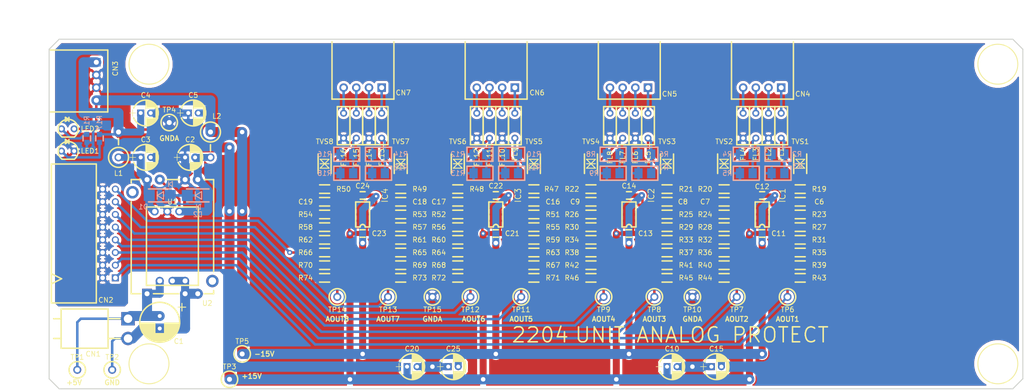
<source format=kicad_pcb>
(kicad_pcb (version 20171130) (host pcbnew "(5.1.10)-1")
  (title_block (title "2204 UNIT ANALOG PROTECT BOARD") (rev 0) (comment 1 "designed by hamayan."))
  (layers (0 F.Cu signal) (31 B.Cu signal) (34 B.Paste user) (35 F.Paste user hide) (36 B.SilkS user hide) (37 F.SilkS user) (38 B.Mask user) (39 F.Mask user) (44 Edge.Cuts user))
  (net 0 "")
  (net 1 +5V)
  (net 2 GND)
  (net 3 "Net-(CN5-Pad1)")
  (net 4 "Net-(CN5-Pad3)")
  (net 5 "Net-(CN6-Pad3)")
  (net 6 "Net-(CN6-Pad1)")
  (net 7 "Net-(CN7-Pad1)")
  (net 8 "Net-(CN7-Pad3)")
  (net 9 "Net-(LED1-Pad1)")
  (net 10 "Net-(LED2-Pad1)")
  (net 11 "Net-(C2-Pad2)")
  (net 12 GNDA)
  (net 13 "Net-(C3-Pad1)")
  (net 14 +15V)
  (net 15 -15V)
  (net 16 "Net-(C6-Pad1)")
  (net 17 "Net-(C7-Pad1)")
  (net 18 "Net-(C8-Pad1)")
  (net 19 "Net-(C9-Pad1)")
  (net 20 "Net-(C16-Pad1)")
  (net 21 "Net-(C17-Pad1)")
  (net 22 "Net-(C18-Pad1)")
  (net 23 "Net-(C19-Pad1)")
  (net 24 /AOUT1)
  (net 25 /AOUT2)
  (net 26 /AOUT3)
  (net 27 /AOUT4)
  (net 28 /AOUT5)
  (net 29 /AOUT6)
  (net 30 /AOUT7)
  (net 31 /AOUT8)
  (net 32 "Net-(CN4-Pad4)")
  (net 33 "Net-(CN4-Pad3)")
  (net 34 "Net-(CN4-Pad2)")
  (net 35 "Net-(CN4-Pad1)")
  (net 36 "Net-(CN5-Pad4)")
  (net 37 "Net-(CN5-Pad2)")
  (net 38 "Net-(CN6-Pad2)")
  (net 39 "Net-(CN6-Pad4)")
  (net 40 "Net-(CN7-Pad2)")
  (net 41 "Net-(CN7-Pad4)")
  (net 42 /AIN1)
  (net 43 /AIN2)
  (net 44 /AIN3)
  (net 45 /AIN4)
  (net 46 /AIN5)
  (net 47 /AIN6)
  (net 48 /AIN7)
  (net 49 /AIN8)
  (net 50 "Net-(IC1-Pad6)")
  (net 51 "Net-(IC1-Pad2)")
  (net 52 "Net-(IC1-Pad7)")
  (net 53 "Net-(IC1-Pad1)")
  (net 54 "Net-(IC2-Pad6)")
  (net 55 "Net-(IC2-Pad2)")
  (net 56 "Net-(IC2-Pad7)")
  (net 57 "Net-(IC2-Pad1)")
  (net 58 "Net-(IC3-Pad1)")
  (net 59 "Net-(IC3-Pad7)")
  (net 60 "Net-(IC3-Pad2)")
  (net 61 "Net-(IC3-Pad6)")
  (net 62 "Net-(IC4-Pad1)")
  (net 63 "Net-(IC4-Pad7)")
  (net 64 "Net-(IC4-Pad2)")
  (net 65 "Net-(IC4-Pad6)")
  (net 66 "Net-(R27-Pad1)")
  (net 67 "Net-(R28-Pad1)")
  (net 68 "Net-(R29-Pad1)")
  (net 69 "Net-(R30-Pad1)")
  (net 70 "Net-(R39-Pad2)")
  (net 71 "Net-(R40-Pad2)")
  (net 72 "Net-(R41-Pad2)")
  (net 73 "Net-(R42-Pad2)")
  (net 74 "Net-(R55-Pad1)")
  (net 75 "Net-(R56-Pad1)")
  (net 76 "Net-(R57-Pad1)")
  (net 77 "Net-(R58-Pad1)")
  (net 78 "Net-(R67-Pad2)")
  (net 79 "Net-(R68-Pad2)")
  (net 80 "Net-(R69-Pad2)")
  (net 81 "Net-(R70-Pad2)")
  (module footprint:LED_D3.0mm_center (layer F.Cu) (at 38.735 72.39)
    (fp_text reference LED1 (at 4.445 0) (layer F.SilkS))
    (fp_text value GREEN)
    (pad 2 thru_hole circle (at 1.27 0) (size 1.4 1.4) (drill 0.8) (layers *.Cu *.Mask) (net 12 GNDA))
    (pad 1 thru_hole circle (at -1.27 0) (size 1.4 1.4) (drill 0.8) (layers *.Cu *.Mask) (net 9 "Net-(LED1-Pad1)"))
  )
  (module footprint:LED_D3.0mm_center (layer F.Cu) (at 38.735 67.945)
    (fp_text reference LED2 (at 4.445 0) (layer F.SilkS))
    (fp_text value ORANGE)
    (pad 2 thru_hole circle (at 1.27 0) (size 1.4 1.4) (drill 0.8) (layers *.Cu *.Mask) (net 15 -15V))
    (pad 1 thru_hole circle (at -1.27 0) (size 1.4 1.4) (drill 0.8) (layers *.Cu *.Mask) (net 10 "Net-(LED2-Pad1)"))
  )
  (module Mounting_Holes:MountingHole_3.5mm (layer F.Cu) (at 55 115)
    (fp_text reference REF** hide)
    (fp_text value MountingHole_3.5mm)
    (pad 1 np_thru_hole circle (at 0 0) (size 3.5 3.5) (drill 3.5) (layers *.Cu *.Mask))
  )
  (module Mounting_Holes:MountingHole_3.5mm (layer F.Cu) (at 55 55)
    (fp_text reference REF** hide)
    (fp_text value MountingHole_3.5mm)
    (pad 1 np_thru_hole circle (at 0 0) (size 3.5 3.5) (drill 3.5) (layers *.Cu *.Mask))
  )
  (module Mounting_Holes:MountingHole_3.5mm (layer F.Cu) (at 225 55)
    (fp_text reference REF** hide)
    (fp_text value MountingHole_3.5mm)
    (pad 1 np_thru_hole circle (at 0 0) (size 3.5 3.5) (drill 3.5) (layers *.Cu *.Mask))
  )
  (module Mounting_Holes:MountingHole_3.5mm (layer F.Cu) (at 225 115)
    (fp_text reference REF** hide)
    (fp_text value MountingHole_3.5mm)
    (pad 1 np_thru_hole circle (at 0 0) (size 3.5 3.5) (drill 3.5) (layers *.Cu *.Mask))
  )
  (module footprint:CP_Radial_D8.00mm_P2.50mm (layer F.Cu) (at 57.15 106.68 270)
    (fp_text reference C1 (at 3.81 -3.81 180) (layer F.SilkS))
    (fp_text value 220uF/10V)
    (pad 1 thru_hole circle (at -1.25 0 270) (size 1.4 1.4) (drill 0.8) (layers *.Cu *.Mask) (net 1 +5V))
    (pad 2 thru_hole circle (at 1.25 0 270) (size 1.4 1.4) (drill 0.8) (layers *.Cu *.Mask) (net 2 GND))
  )
  (module footprint:CP_Radial_D5.0mm_P2.00mm (layer F.Cu) (at 62.23 73.66)
    (fp_text reference C2 (at 1 -3.56) (layer F.SilkS))
    (fp_text value 22uF/50V)
    (pad 2 thru_hole circle (at 2 0) (size 1.4 1.4) (drill 0.8) (layers *.Cu *.Mask) (net 11 "Net-(C2-Pad2)"))
    (pad 1 thru_hole rect (at 0 0) (size 1.4 1.4) (drill 0.8) (layers *.Cu *.Mask) (net 12 GNDA))
  )
  (module footprint:CP_Radial_D5.0mm_P2.00mm (layer F.Cu) (at 53.34 73.66)
    (fp_text reference C3 (at 1 -3.56) (layer F.SilkS))
    (fp_text value 22uF/50V)
    (pad 2 thru_hole circle (at 2 0) (size 1.4 1.4) (drill 0.8) (layers *.Cu *.Mask) (net 12 GNDA))
    (pad 1 thru_hole rect (at 0 0) (size 1.4 1.4) (drill 0.8) (layers *.Cu *.Mask) (net 13 "Net-(C3-Pad1)"))
  )
  (module footprint:CP_Radial_D5.0mm_P2.00mm (layer F.Cu) (at 53.34 64.77)
    (fp_text reference C4 (at 1 -3.56) (layer F.SilkS))
    (fp_text value 10uF/50V)
    (pad 1 thru_hole rect (at 0 0) (size 1.4 1.4) (drill 0.8) (layers *.Cu *.Mask) (net 14 +15V))
    (pad 2 thru_hole circle (at 2 0) (size 1.4 1.4) (drill 0.8) (layers *.Cu *.Mask) (net 12 GNDA))
  )
  (module footprint:CP_Radial_D5.0mm_P2.00mm (layer F.Cu) (at 62.865 64.77)
    (fp_text reference C5 (at 1 -3.56) (layer F.SilkS))
    (fp_text value 10uF/50V)
    (pad 1 thru_hole rect (at 0 0) (size 1.4 1.4) (drill 0.8) (layers *.Cu *.Mask) (net 12 GNDA))
    (pad 2 thru_hole circle (at 2 0) (size 1.4 1.4) (drill 0.8) (layers *.Cu *.Mask) (net 15 -15V))
  )
  (module footprint:C_0805 (layer F.Cu) (at 185.42 82.55)
    (fp_text reference C6 (at 3.81 0) (layer F.SilkS))
    (fp_text value 1000pF)
    (pad 2 smd rect (at 1 0) (size 1 1.25) (layers F.Cu F.Paste F.Mask) (net 12 GNDA))
    (pad 1 smd rect (at -1 0) (size 1 1.25) (layers F.Cu F.Paste F.Mask) (net 16 "Net-(C6-Pad1)"))
  )
  (module footprint:C_0805 (layer F.Cu) (at 170.18 82.55 180)
    (fp_text reference C7 (at 3.81 0) (layer F.SilkS))
    (fp_text value 1000pF)
    (pad 2 smd rect (at 1 0 180) (size 1 1.25) (layers F.Cu F.Paste F.Mask) (net 12 GNDA))
    (pad 1 smd rect (at -1 0 180) (size 1 1.25) (layers F.Cu F.Paste F.Mask) (net 17 "Net-(C7-Pad1)"))
  )
  (module footprint:C_0805 (layer F.Cu) (at 158.75 82.55)
    (fp_text reference C8 (at 3.175 0) (layer F.SilkS))
    (fp_text value 1000pF)
    (pad 2 smd rect (at 1 0) (size 1 1.25) (layers F.Cu F.Paste F.Mask) (net 12 GNDA))
    (pad 1 smd rect (at -1 0) (size 1 1.25) (layers F.Cu F.Paste F.Mask) (net 18 "Net-(C8-Pad1)"))
  )
  (module footprint:C_0805 (layer F.Cu) (at 143.51 82.55 180)
    (fp_text reference C9 (at 3.175 0) (layer F.SilkS))
    (fp_text value 1000pF)
    (pad 1 smd rect (at -1 0 180) (size 1 1.25) (layers F.Cu F.Paste F.Mask) (net 19 "Net-(C9-Pad1)"))
    (pad 2 smd rect (at 1 0 180) (size 1 1.25) (layers F.Cu F.Paste F.Mask) (net 12 GNDA))
  )
  (module footprint:CP_Radial_D5.0mm_P2.00mm (layer F.Cu) (at 158.75 115.57)
    (fp_text reference C10 (at 1 -3.56) (layer F.SilkS))
    (fp_text value 10uF/35V)
    (pad 1 thru_hole rect (at 0 0) (size 1.4 1.4) (drill 0.8) (layers *.Cu *.Mask) (net 14 +15V))
    (pad 2 thru_hole circle (at 2 0) (size 1.4 1.4) (drill 0.8) (layers *.Cu *.Mask) (net 12 GNDA))
  )
  (module footprint:C_0603 (layer F.Cu) (at 177.8 88.9)
    (fp_text reference C11 (at 3.302 0) (layer F.SilkS))
    (fp_text value 0.1uF)
    (pad 2 smd rect (at 0.8 0) (size 1 1) (layers F.Cu F.Paste F.Mask) (net 12 GNDA))
    (pad 1 smd rect (at -0.8 0) (size 1 1) (layers F.Cu F.Paste F.Mask) (net 14 +15V))
  )
  (module footprint:C_0603 (layer F.Cu) (at 177.8 81.28 180)
    (fp_text reference C12 (at 0 1.778) (layer F.SilkS))
    (fp_text value 0.1uF)
    (pad 1 smd rect (at -0.8 0 180) (size 1 1) (layers F.Cu F.Paste F.Mask) (net 15 -15V))
    (pad 2 smd rect (at 0.8 0 180) (size 1 1) (layers F.Cu F.Paste F.Mask) (net 12 GNDA))
  )
  (module footprint:C_0603 (layer F.Cu) (at 151.13 88.9)
    (fp_text reference C13 (at 3.302 0) (layer F.SilkS))
    (fp_text value 0.1uF)
    (pad 1 smd rect (at -0.8 0) (size 1 1) (layers F.Cu F.Paste F.Mask) (net 14 +15V))
    (pad 2 smd rect (at 0.8 0) (size 1 1) (layers F.Cu F.Paste F.Mask) (net 12 GNDA))
  )
  (module footprint:C_0603 (layer F.Cu) (at 151.13 81.28 180)
    (fp_text reference C14 (at 0 1.905) (layer F.SilkS))
    (fp_text value 0.1uF)
    (pad 2 smd rect (at 0.8 0 180) (size 1 1) (layers F.Cu F.Paste F.Mask) (net 12 GNDA))
    (pad 1 smd rect (at -0.8 0 180) (size 1 1) (layers F.Cu F.Paste F.Mask) (net 15 -15V))
  )
  (module footprint:CP_Radial_D5.0mm_P2.00mm (layer F.Cu) (at 167.64 115.57)
    (fp_text reference C15 (at 1 -3.56) (layer F.SilkS))
    (fp_text value 10uF/35V)
    (pad 2 thru_hole circle (at 2 0) (size 1.4 1.4) (drill 0.8) (layers *.Cu *.Mask) (net 15 -15V))
    (pad 1 thru_hole rect (at 0 0) (size 1.4 1.4) (drill 0.8) (layers *.Cu *.Mask) (net 12 GNDA))
  )
  (module footprint:C_0805 (layer F.Cu) (at 132.08 82.55)
    (fp_text reference C16 (at 3.81 0) (layer F.SilkS))
    (fp_text value 1000pF)
    (pad 1 smd rect (at -1 0) (size 1 1.25) (layers F.Cu F.Paste F.Mask) (net 20 "Net-(C16-Pad1)"))
    (pad 2 smd rect (at 1 0) (size 1 1.25) (layers F.Cu F.Paste F.Mask) (net 12 GNDA))
  )
  (module footprint:C_0805 (layer F.Cu) (at 116.84 82.55 180)
    (fp_text reference C17 (at 3.81 0) (layer F.SilkS))
    (fp_text value 1000pF)
    (pad 2 smd rect (at 1 0 180) (size 1 1.25) (layers F.Cu F.Paste F.Mask) (net 12 GNDA))
    (pad 1 smd rect (at -1 0 180) (size 1 1.25) (layers F.Cu F.Paste F.Mask) (net 21 "Net-(C17-Pad1)"))
  )
  (module footprint:C_0805 (layer F.Cu) (at 105.41 82.55)
    (fp_text reference C18 (at 3.81 0) (layer F.SilkS))
    (fp_text value 1000pF)
    (pad 1 smd rect (at -1 0) (size 1 1.25) (layers F.Cu F.Paste F.Mask) (net 22 "Net-(C18-Pad1)"))
    (pad 2 smd rect (at 1 0) (size 1 1.25) (layers F.Cu F.Paste F.Mask) (net 12 GNDA))
  )
  (module footprint:C_0805 (layer F.Cu) (at 90.17 82.55 180)
    (fp_text reference C19 (at 3.81 0) (layer F.SilkS))
    (fp_text value 1000pF)
    (pad 2 smd rect (at 1 0 180) (size 1 1.25) (layers F.Cu F.Paste F.Mask) (net 12 GNDA))
    (pad 1 smd rect (at -1 0 180) (size 1 1.25) (layers F.Cu F.Paste F.Mask) (net 23 "Net-(C19-Pad1)"))
  )
  (module footprint:CP_Radial_D5.0mm_P2.00mm (layer F.Cu) (at 106.68 115.57)
    (fp_text reference C20 (at 1 -3.56) (layer F.SilkS))
    (fp_text value 10uF/35V)
    (pad 1 thru_hole rect (at 0 0) (size 1.4 1.4) (drill 0.8) (layers *.Cu *.Mask) (net 14 +15V))
    (pad 2 thru_hole circle (at 2 0) (size 1.4 1.4) (drill 0.8) (layers *.Cu *.Mask) (net 12 GNDA))
  )
  (module footprint:C_0603 (layer F.Cu) (at 124.46 88.9)
    (fp_text reference C21 (at 3.302 0) (layer F.SilkS))
    (fp_text value 0.1uF)
    (pad 1 smd rect (at -0.8 0) (size 1 1) (layers F.Cu F.Paste F.Mask) (net 14 +15V))
    (pad 2 smd rect (at 0.8 0) (size 1 1) (layers F.Cu F.Paste F.Mask) (net 12 GNDA))
  )
  (module footprint:C_0603 (layer F.Cu) (at 124.46 81.28 180)
    (fp_text reference C22 (at 0 1.905) (layer F.SilkS))
    (fp_text value 0.1uF)
    (pad 2 smd rect (at 0.8 0 180) (size 1 1) (layers F.Cu F.Paste F.Mask) (net 12 GNDA))
    (pad 1 smd rect (at -0.8 0 180) (size 1 1) (layers F.Cu F.Paste F.Mask) (net 15 -15V))
  )
  (module footprint:C_0603 (layer F.Cu) (at 97.79 88.9)
    (fp_text reference C23 (at 3.302 0) (layer F.SilkS))
    (fp_text value 0.1uF)
    (pad 1 smd rect (at -0.8 0) (size 1 1) (layers F.Cu F.Paste F.Mask) (net 14 +15V))
    (pad 2 smd rect (at 0.8 0) (size 1 1) (layers F.Cu F.Paste F.Mask) (net 12 GNDA))
  )
  (module footprint:C_0603 (layer F.Cu) (at 97.79 81.28 180)
    (fp_text reference C24 (at 0 1.905) (layer F.SilkS))
    (fp_text value 0.1uF)
    (pad 2 smd rect (at 0.8 0 180) (size 1 1) (layers F.Cu F.Paste F.Mask) (net 12 GNDA))
    (pad 1 smd rect (at -0.8 0 180) (size 1 1) (layers F.Cu F.Paste F.Mask) (net 15 -15V))
  )
  (module footprint:CP_Radial_D5.0mm_P2.00mm (layer F.Cu) (at 114.935 115.57)
    (fp_text reference C25 (at 1 -3.56) (layer F.SilkS))
    (fp_text value 10uF/35V)
    (pad 2 thru_hole circle (at 2 0) (size 1.4 1.4) (drill 0.8) (layers *.Cu *.Mask) (net 15 -15V))
    (pad 1 thru_hole rect (at 0 0) (size 1.4 1.4) (drill 0.8) (layers *.Cu *.Mask) (net 12 GNDA))
  )
  (module footprint:cn_B2PS-VH (layer F.Cu) (at 50.8 107.95 270)
    (fp_text reference CN1 (at 5.08 6.985 180) (layer F.SilkS))
    (fp_text value B2PS-VH)
    (pad 1 thru_hole rect (at -1.98 0 270) (size 2.7 2.7) (drill 1.7) (layers *.Cu *.Mask) (net 1 +5V))
    (pad 2 thru_hole circle (at 1.98 0 270) (size 2.7 2.7) (drill 1.7) (layers *.Cu *.Mask) (net 2 GND))
  )
  (module footprint:cn_HIF3FC-16PA-254DS (layer F.Cu) (at 46.99 88.9 90)
    (fp_text reference CN2 (at -13.335 -0.635 180) (layer F.SilkS))
    (fp_text value HIF3FC-16PA-2.54DS)
    (pad 1 thru_hole rect (at -8.89 1.27 90) (size 1.4 1.4) (drill 0.9) (layers *.Cu *.Mask) (net 24 /AOUT1))
    (pad 2 thru_hole circle (at -8.89 -1.27 90) (size 1.4 1.4) (drill 0.9) (layers *.Cu *.Mask) (net 12 GNDA))
    (pad 3 thru_hole circle (at -6.35 1.27 90) (size 1.4 1.4) (drill 0.9) (layers *.Cu *.Mask) (net 25 /AOUT2))
    (pad 4 thru_hole circle (at -6.35 -1.27 90) (size 1.4 1.4) (drill 0.9) (layers *.Cu *.Mask) (net 12 GNDA))
    (pad 5 thru_hole circle (at -3.81 1.27 90) (size 1.4 1.4) (drill 0.9) (layers *.Cu *.Mask) (net 26 /AOUT3))
    (pad 6 thru_hole circle (at -3.81 -1.27 90) (size 1.4 1.4) (drill 0.9) (layers *.Cu *.Mask) (net 12 GNDA))
    (pad 7 thru_hole circle (at -1.27 1.27 90) (size 1.4 1.4) (drill 0.9) (layers *.Cu *.Mask) (net 27 /AOUT4))
    (pad 8 thru_hole circle (at -1.27 -1.27 90) (size 1.4 1.4) (drill 0.9) (layers *.Cu *.Mask) (net 12 GNDA))
    (pad 9 thru_hole circle (at 1.27 1.27 90) (size 1.4 1.4) (drill 0.9) (layers *.Cu *.Mask) (net 28 /AOUT5))
    (pad 10 thru_hole circle (at 1.27 -1.27 90) (size 1.4 1.4) (drill 0.9) (layers *.Cu *.Mask) (net 12 GNDA))
    (pad 11 thru_hole circle (at 3.81 1.27 90) (size 1.4 1.4) (drill 0.9) (layers *.Cu *.Mask) (net 29 /AOUT6))
    (pad 12 thru_hole circle (at 3.81 -1.27 90) (size 1.4 1.4) (drill 0.9) (layers *.Cu *.Mask) (net 12 GNDA))
    (pad 13 thru_hole circle (at 6.35 1.27 90) (size 1.4 1.4) (drill 0.9) (layers *.Cu *.Mask) (net 30 /AOUT7))
    (pad 14 thru_hole circle (at 6.35 -1.27 90) (size 1.4 1.4) (drill 0.9) (layers *.Cu *.Mask) (net 12 GNDA))
    (pad 15 thru_hole circle (at 8.89 1.27 90) (size 1.4 1.4) (drill 0.9) (layers *.Cu *.Mask) (net 31 /AOUT8))
    (pad 16 thru_hole circle (at 8.89 -1.27 90) (size 1.4 1.4) (drill 0.9) (layers *.Cu *.Mask) (net 12 GNDA))
  )
  (module footprint:cn_S4B-XH-A (layer F.Cu) (at 44.45 54.61 270)
    (fp_text reference CN3 (at 1.27 -3.81 90) (layer F.SilkS))
    (fp_text value S4B-XH-A)
    (pad 1 thru_hole rect (at 0 0 270) (size 1.7 1.7) (drill 1) (layers *.Cu *.Mask) (net 14 +15V))
    (pad 2 thru_hole circle (at 2.54 0 270) (size 1.7 1.7) (drill 1) (layers *.Cu *.Mask) (net 12 GNDA))
    (pad 3 thru_hole circle (at 5.08 0 270) (size 1.7 1.7) (drill 1) (layers *.Cu *.Mask) (net 12 GNDA))
    (pad 4 thru_hole circle (at 7.62 0 270) (size 1.7 1.7) (drill 1) (layers *.Cu *.Mask) (net 15 -15V))
  )
  (module footprint:cn_S4B-XH-A (layer F.Cu) (at 181.61 59.69 180)
    (fp_text reference CN4 (at -4.318 -1.27) (layer F.SilkS))
    (fp_text value S4B-XH-A)
    (pad 4 thru_hole circle (at 7.62 0 180) (size 1.7 1.7) (drill 1) (layers *.Cu *.Mask) (net 32 "Net-(CN4-Pad4)"))
    (pad 3 thru_hole circle (at 5.08 0 180) (size 1.7 1.7) (drill 1) (layers *.Cu *.Mask) (net 33 "Net-(CN4-Pad3)"))
    (pad 2 thru_hole circle (at 2.54 0 180) (size 1.7 1.7) (drill 1) (layers *.Cu *.Mask) (net 34 "Net-(CN4-Pad2)"))
    (pad 1 thru_hole rect (at 0 0 180) (size 1.7 1.7) (drill 1) (layers *.Cu *.Mask) (net 35 "Net-(CN4-Pad1)"))
  )
  (module footprint:cn_S4B-XH-A (layer F.Cu) (at 154.94 59.69 180)
    (fp_text reference CN5 (at -4.318 -1.27) (layer F.SilkS))
    (fp_text value S4B-XH-A)
    (pad 4 thru_hole circle (at 7.62 0 180) (size 1.7 1.7) (drill 1) (layers *.Cu *.Mask) (net 36 "Net-(CN5-Pad4)"))
    (pad 3 thru_hole circle (at 5.08 0 180) (size 1.7 1.7) (drill 1) (layers *.Cu *.Mask) (net 4 "Net-(CN5-Pad3)"))
    (pad 2 thru_hole circle (at 2.54 0 180) (size 1.7 1.7) (drill 1) (layers *.Cu *.Mask) (net 37 "Net-(CN5-Pad2)"))
    (pad 1 thru_hole rect (at 0 0 180) (size 1.7 1.7) (drill 1) (layers *.Cu *.Mask) (net 3 "Net-(CN5-Pad1)"))
  )
  (module footprint:cn_S4B-XH-A (layer F.Cu) (at 128.27 59.69 180)
    (fp_text reference CN6 (at -4.445 -1.016) (layer F.SilkS))
    (fp_text value S4B-XH-A)
    (pad 1 thru_hole rect (at 0 0 180) (size 1.7 1.7) (drill 1) (layers *.Cu *.Mask) (net 6 "Net-(CN6-Pad1)"))
    (pad 2 thru_hole circle (at 2.54 0 180) (size 1.7 1.7) (drill 1) (layers *.Cu *.Mask) (net 38 "Net-(CN6-Pad2)"))
    (pad 3 thru_hole circle (at 5.08 0 180) (size 1.7 1.7) (drill 1) (layers *.Cu *.Mask) (net 5 "Net-(CN6-Pad3)"))
    (pad 4 thru_hole circle (at 7.62 0 180) (size 1.7 1.7) (drill 1) (layers *.Cu *.Mask) (net 39 "Net-(CN6-Pad4)"))
  )
  (module footprint:cn_S4B-XH-A (layer F.Cu) (at 101.6 59.69 180)
    (fp_text reference CN7 (at -4.318 -1.016) (layer F.SilkS))
    (fp_text value S4B-XH-A)
    (pad 1 thru_hole rect (at 0 0 180) (size 1.7 1.7) (drill 1) (layers *.Cu *.Mask) (net 7 "Net-(CN7-Pad1)"))
    (pad 2 thru_hole circle (at 2.54 0 180) (size 1.7 1.7) (drill 1) (layers *.Cu *.Mask) (net 40 "Net-(CN7-Pad2)"))
    (pad 3 thru_hole circle (at 5.08 0 180) (size 1.7 1.7) (drill 1) (layers *.Cu *.Mask) (net 8 "Net-(CN7-Pad3)"))
    (pad 4 thru_hole circle (at 7.62 0 180) (size 1.7 1.7) (drill 1) (layers *.Cu *.Mask) (net 41 "Net-(CN7-Pad4)"))
  )
  (module footprint:fl_ZBF503D-00 (layer F.Cu) (at 181.61 67.31 90)
    (fp_text reference FL1 (at -5.715 0 90) (layer F.SilkS))
    (fp_text value "ZBF503D-00(TA)-01")
    (pad 2 thru_hole circle (at 2.5 0 90) (size 1.4 1.4) (drill 0.8) (layers *.Cu *.Mask) (net 35 "Net-(CN4-Pad1)"))
    (pad 1 thru_hole circle (at -2.5 0 90) (size 1.4 1.4) (drill 0.8) (layers *.Cu *.Mask) (net 42 /AIN1))
  )
  (module footprint:fl_ZBF503D-00 (layer F.Cu) (at 179.07 67.31 90)
    (fp_text reference FL2 (at -5.715 0 90) (layer F.SilkS))
    (fp_text value "ZBF503D-00(TA)-01")
    (pad 1 thru_hole circle (at -2.5 0 90) (size 1.4 1.4) (drill 0.8) (layers *.Cu *.Mask) (net 12 GNDA))
    (pad 2 thru_hole circle (at 2.5 0 90) (size 1.4 1.4) (drill 0.8) (layers *.Cu *.Mask) (net 34 "Net-(CN4-Pad2)"))
  )
  (module footprint:fl_ZBF503D-00 (layer F.Cu) (at 176.53 67.31 90)
    (fp_text reference FL3 (at -5.715 0 90) (layer F.SilkS))
    (fp_text value "ZBF503D-00(TA)-01")
    (pad 2 thru_hole circle (at 2.5 0 90) (size 1.4 1.4) (drill 0.8) (layers *.Cu *.Mask) (net 33 "Net-(CN4-Pad3)"))
    (pad 1 thru_hole circle (at -2.5 0 90) (size 1.4 1.4) (drill 0.8) (layers *.Cu *.Mask) (net 43 /AIN2))
  )
  (module footprint:fl_ZBF503D-00 (layer F.Cu) (at 173.99 67.31 90)
    (fp_text reference FL4 (at -5.715 0 90) (layer F.SilkS))
    (fp_text value "ZBF503D-00(TA)-01")
    (pad 1 thru_hole circle (at -2.5 0 90) (size 1.4 1.4) (drill 0.8) (layers *.Cu *.Mask) (net 12 GNDA))
    (pad 2 thru_hole circle (at 2.5 0 90) (size 1.4 1.4) (drill 0.8) (layers *.Cu *.Mask) (net 32 "Net-(CN4-Pad4)"))
  )
  (module footprint:fl_ZBF503D-00 (layer F.Cu) (at 154.94 67.31 90)
    (fp_text reference FL5 (at -6.35 0 90) (layer F.SilkS))
    (fp_text value "ZBF503D-00(TA)-01")
    (pad 1 thru_hole circle (at -2.5 0 90) (size 1.4 1.4) (drill 0.8) (layers *.Cu *.Mask) (net 44 /AIN3))
    (pad 2 thru_hole circle (at 2.5 0 90) (size 1.4 1.4) (drill 0.8) (layers *.Cu *.Mask) (net 3 "Net-(CN5-Pad1)"))
  )
  (module footprint:fl_ZBF503D-00 (layer F.Cu) (at 152.4 67.31 90)
    (fp_text reference FL6 (at -6.35 0 90) (layer F.SilkS))
    (fp_text value "ZBF503D-00(TA)-01")
    (pad 2 thru_hole circle (at 2.5 0 90) (size 1.4 1.4) (drill 0.8) (layers *.Cu *.Mask) (net 37 "Net-(CN5-Pad2)"))
    (pad 1 thru_hole circle (at -2.5 0 90) (size 1.4 1.4) (drill 0.8) (layers *.Cu *.Mask) (net 12 GNDA))
  )
  (module footprint:fl_ZBF503D-00 (layer F.Cu) (at 149.86 67.31 90)
    (fp_text reference FL7 (at -6.35 0 90) (layer F.SilkS))
    (fp_text value "ZBF503D-00(TA)-01")
    (pad 1 thru_hole circle (at -2.5 0 90) (size 1.4 1.4) (drill 0.8) (layers *.Cu *.Mask) (net 45 /AIN4))
    (pad 2 thru_hole circle (at 2.5 0 90) (size 1.4 1.4) (drill 0.8) (layers *.Cu *.Mask) (net 4 "Net-(CN5-Pad3)"))
  )
  (module footprint:fl_ZBF503D-00 (layer F.Cu) (at 147.32 67.31 90)
    (fp_text reference FL8 (at -6.35 0 90) (layer F.SilkS))
    (fp_text value "ZBF503D-00(TA)-01")
    (pad 2 thru_hole circle (at 2.5 0 90) (size 1.4 1.4) (drill 0.8) (layers *.Cu *.Mask) (net 36 "Net-(CN5-Pad4)"))
    (pad 1 thru_hole circle (at -2.5 0 90) (size 1.4 1.4) (drill 0.8) (layers *.Cu *.Mask) (net 12 GNDA))
  )
  (module footprint:fl_ZBF503D-00 (layer F.Cu) (at 128.27 67.31 90)
    (fp_text reference FL9 (at -5.715 0 90) (layer F.SilkS))
    (fp_text value "ZBF503D-00(TA)-01")
    (pad 1 thru_hole circle (at -2.5 0 90) (size 1.4 1.4) (drill 0.8) (layers *.Cu *.Mask) (net 46 /AIN5))
    (pad 2 thru_hole circle (at 2.5 0 90) (size 1.4 1.4) (drill 0.8) (layers *.Cu *.Mask) (net 6 "Net-(CN6-Pad1)"))
  )
  (module footprint:fl_ZBF503D-00 (layer F.Cu) (at 125.73 67.31 90)
    (fp_text reference FL10 (at -6.35 0 90) (layer F.SilkS))
    (fp_text value "ZBF503D-00(TA)-01")
    (pad 2 thru_hole circle (at 2.5 0 90) (size 1.4 1.4) (drill 0.8) (layers *.Cu *.Mask) (net 38 "Net-(CN6-Pad2)"))
    (pad 1 thru_hole circle (at -2.5 0 90) (size 1.4 1.4) (drill 0.8) (layers *.Cu *.Mask) (net 12 GNDA))
  )
  (module footprint:fl_ZBF503D-00 (layer F.Cu) (at 123.19 67.31 90)
    (fp_text reference FL11 (at -6.35 0 90) (layer F.SilkS))
    (fp_text value "ZBF503D-00(TA)-01")
    (pad 1 thru_hole circle (at -2.5 0 90) (size 1.4 1.4) (drill 0.8) (layers *.Cu *.Mask) (net 47 /AIN6))
    (pad 2 thru_hole circle (at 2.5 0 90) (size 1.4 1.4) (drill 0.8) (layers *.Cu *.Mask) (net 5 "Net-(CN6-Pad3)"))
  )
  (module footprint:fl_ZBF503D-00 (layer F.Cu) (at 120.65 67.31 90)
    (fp_text reference FL12 (at -6.35 0 90) (layer F.SilkS))
    (fp_text value "ZBF503D-00(TA)-01")
    (pad 2 thru_hole circle (at 2.5 0 90) (size 1.4 1.4) (drill 0.8) (layers *.Cu *.Mask) (net 39 "Net-(CN6-Pad4)"))
    (pad 1 thru_hole circle (at -2.5 0 90) (size 1.4 1.4) (drill 0.8) (layers *.Cu *.Mask) (net 12 GNDA))
  )
  (module footprint:fl_ZBF503D-00 (layer F.Cu) (at 101.6 67.31 90)
    (fp_text reference FL13 (at -6.35 0 90) (layer F.SilkS))
    (fp_text value "ZBF503D-00(TA)-01")
    (pad 2 thru_hole circle (at 2.5 0 90) (size 1.4 1.4) (drill 0.8) (layers *.Cu *.Mask) (net 7 "Net-(CN7-Pad1)"))
    (pad 1 thru_hole circle (at -2.5 0 90) (size 1.4 1.4) (drill 0.8) (layers *.Cu *.Mask) (net 48 /AIN7))
  )
  (module footprint:fl_ZBF503D-00 (layer F.Cu) (at 99.06 67.31 90)
    (fp_text reference FL14 (at -6.35 0 90) (layer F.SilkS))
    (fp_text value "ZBF503D-00(TA)-01")
    (pad 1 thru_hole circle (at -2.5 0 90) (size 1.4 1.4) (drill 0.8) (layers *.Cu *.Mask) (net 12 GNDA))
    (pad 2 thru_hole circle (at 2.5 0 90) (size 1.4 1.4) (drill 0.8) (layers *.Cu *.Mask) (net 40 "Net-(CN7-Pad2)"))
  )
  (module footprint:fl_ZBF503D-00 (layer F.Cu) (at 96.52 67.31 90)
    (fp_text reference FL15 (at -6.35 0 90) (layer F.SilkS))
    (fp_text value "ZBF503D-00(TA)-01")
    (pad 2 thru_hole circle (at 2.5 0 90) (size 1.4 1.4) (drill 0.8) (layers *.Cu *.Mask) (net 8 "Net-(CN7-Pad3)"))
    (pad 1 thru_hole circle (at -2.5 0 90) (size 1.4 1.4) (drill 0.8) (layers *.Cu *.Mask) (net 49 /AIN8))
  )
  (module footprint:fl_ZBF503D-00 (layer F.Cu) (at 93.98 67.31 90)
    (fp_text reference FL16 (at -6.35 0 90) (layer F.SilkS))
    (fp_text value "ZBF503D-00(TA)-01")
    (pad 1 thru_hole circle (at -2.5 0 90) (size 1.4 1.4) (drill 0.8) (layers *.Cu *.Mask) (net 12 GNDA))
    (pad 2 thru_hole circle (at 2.5 0 90) (size 1.4 1.4) (drill 0.8) (layers *.Cu *.Mask) (net 41 "Net-(CN7-Pad4)"))
  )
  (module footprint:SOIC-8 (layer F.Cu) (at 177.8 85.09 90)
    (fp_text reference IC1 (at 3.81 4.064 90) (layer F.SilkS) (effects (font (size 1.2 1.2))))
    (fp_text value OP2177ARZ)
    (pad 4 smd rect (at 1.905 2.7 90) (size 0.6 2) (layers F.Cu F.Paste F.Mask) (net 15 -15V))
    (pad 5 smd rect (at 1.905 -2.7 90) (size 0.6 2) (layers F.Cu F.Paste F.Mask) (net 17 "Net-(C7-Pad1)"))
    (pad 3 smd rect (at 0.635 2.7 90) (size 0.6 2) (layers F.Cu F.Paste F.Mask) (net 16 "Net-(C6-Pad1)"))
    (pad 6 smd rect (at 0.635 -2.7 90) (size 0.6 2) (layers F.Cu F.Paste F.Mask) (net 50 "Net-(IC1-Pad6)"))
    (pad 2 smd rect (at -0.635 2.7 90) (size 0.6 2) (layers F.Cu F.Paste F.Mask) (net 51 "Net-(IC1-Pad2)"))
    (pad 7 smd rect (at -0.635 -2.7 90) (size 0.6 2) (layers F.Cu F.Paste F.Mask) (net 52 "Net-(IC1-Pad7)"))
    (pad 1 smd rect (at -1.905 2.7 90) (size 0.6 2) (layers F.Cu F.Paste F.Mask) (net 53 "Net-(IC1-Pad1)"))
    (pad 8 smd rect (at -1.905 -2.7 90) (size 0.6 2) (layers F.Cu F.Paste F.Mask) (net 14 +15V))
  )
  (module footprint:SOIC-8 (layer F.Cu) (at 151.13 85.09 90)
    (fp_text reference IC2 (at 3.81 4.445 270) (layer F.SilkS) (effects (font (size 1.2 1.2))))
    (fp_text value OP2177ARZ)
    (pad 4 smd rect (at 1.905 2.7 90) (size 0.6 2) (layers F.Cu F.Paste F.Mask) (net 15 -15V))
    (pad 5 smd rect (at 1.905 -2.7 90) (size 0.6 2) (layers F.Cu F.Paste F.Mask) (net 19 "Net-(C9-Pad1)"))
    (pad 3 smd rect (at 0.635 2.7 90) (size 0.6 2) (layers F.Cu F.Paste F.Mask) (net 18 "Net-(C8-Pad1)"))
    (pad 6 smd rect (at 0.635 -2.7 90) (size 0.6 2) (layers F.Cu F.Paste F.Mask) (net 54 "Net-(IC2-Pad6)"))
    (pad 2 smd rect (at -0.635 2.7 90) (size 0.6 2) (layers F.Cu F.Paste F.Mask) (net 55 "Net-(IC2-Pad2)"))
    (pad 7 smd rect (at -0.635 -2.7 90) (size 0.6 2) (layers F.Cu F.Paste F.Mask) (net 56 "Net-(IC2-Pad7)"))
    (pad 1 smd rect (at -1.905 2.7 90) (size 0.6 2) (layers F.Cu F.Paste F.Mask) (net 57 "Net-(IC2-Pad1)"))
    (pad 8 smd rect (at -1.905 -2.7 90) (size 0.6 2) (layers F.Cu F.Paste F.Mask) (net 14 +15V))
  )
  (module footprint:SOIC-8 (layer F.Cu) (at 124.46 85.09 90)
    (fp_text reference IC3 (at 3.81 4.445 270) (layer F.SilkS) (effects (font (size 1.2 1.2))))
    (fp_text value OP2177ARZ)
    (pad 8 smd rect (at -1.905 -2.7 90) (size 0.6 2) (layers F.Cu F.Paste F.Mask) (net 14 +15V))
    (pad 1 smd rect (at -1.905 2.7 90) (size 0.6 2) (layers F.Cu F.Paste F.Mask) (net 58 "Net-(IC3-Pad1)"))
    (pad 7 smd rect (at -0.635 -2.7 90) (size 0.6 2) (layers F.Cu F.Paste F.Mask) (net 59 "Net-(IC3-Pad7)"))
    (pad 2 smd rect (at -0.635 2.7 90) (size 0.6 2) (layers F.Cu F.Paste F.Mask) (net 60 "Net-(IC3-Pad2)"))
    (pad 6 smd rect (at 0.635 -2.7 90) (size 0.6 2) (layers F.Cu F.Paste F.Mask) (net 61 "Net-(IC3-Pad6)"))
    (pad 3 smd rect (at 0.635 2.7 90) (size 0.6 2) (layers F.Cu F.Paste F.Mask) (net 20 "Net-(C16-Pad1)"))
    (pad 5 smd rect (at 1.905 -2.7 90) (size 0.6 2) (layers F.Cu F.Paste F.Mask) (net 21 "Net-(C17-Pad1)"))
    (pad 4 smd rect (at 1.905 2.7 90) (size 0.6 2) (layers F.Cu F.Paste F.Mask) (net 15 -15V))
  )
  (module footprint:SOIC-8 (layer F.Cu) (at 97.79 85.09 90)
    (fp_text reference IC4 (at 3.81 4.445 270) (layer F.SilkS) (effects (font (size 1.2 1.2))))
    (fp_text value OP2177ARZ)
    (pad 8 smd rect (at -1.905 -2.7 90) (size 0.6 2) (layers F.Cu F.Paste F.Mask) (net 14 +15V))
    (pad 1 smd rect (at -1.905 2.7 90) (size 0.6 2) (layers F.Cu F.Paste F.Mask) (net 62 "Net-(IC4-Pad1)"))
    (pad 7 smd rect (at -0.635 -2.7 90) (size 0.6 2) (layers F.Cu F.Paste F.Mask) (net 63 "Net-(IC4-Pad7)"))
    (pad 2 smd rect (at -0.635 2.7 90) (size 0.6 2) (layers F.Cu F.Paste F.Mask) (net 64 "Net-(IC4-Pad2)"))
    (pad 6 smd rect (at 0.635 -2.7 90) (size 0.6 2) (layers F.Cu F.Paste F.Mask) (net 65 "Net-(IC4-Pad6)"))
    (pad 3 smd rect (at 0.635 2.7 90) (size 0.6 2) (layers F.Cu F.Paste F.Mask) (net 22 "Net-(C18-Pad1)"))
    (pad 5 smd rect (at 1.905 -2.7 90) (size 0.6 2) (layers F.Cu F.Paste F.Mask) (net 23 "Net-(C19-Pad1)"))
    (pad 4 smd rect (at 1.905 2.7 90) (size 0.6 2) (layers F.Cu F.Paste F.Mask) (net 15 -15V))
  )
  (module footprint:l_LAL04SK4R7K (layer F.Cu) (at 48.895 73.66 90)
    (fp_text reference L1 (at -3.175 0 180) (layer F.SilkS))
    (fp_text value LAL04SK4R7K)
    (pad 2 thru_hole circle (at 5.08 0 90) (size 1.6 1.6) (drill 1) (layers *.Cu *.Mask) (net 14 +15V))
    (pad 1 thru_hole circle (at 0 0 90) (size 1.6 1.6) (drill 1) (layers *.Cu *.Mask) (net 13 "Net-(C3-Pad1)"))
  )
  (module footprint:l_LAL04SK4R7K (layer F.Cu) (at 67.31 68.58 270)
    (fp_text reference L2 (at -3.175 -1.27 180) (layer F.SilkS))
    (fp_text value LAL04SK4R7K)
    (pad 1 thru_hole circle (at 0 0 270) (size 1.6 1.6) (drill 1) (layers *.Cu *.Mask) (net 15 -15V))
    (pad 2 thru_hole circle (at 5.08 0 270) (size 1.6 1.6) (drill 1) (layers *.Cu *.Mask) (net 11 "Net-(C2-Pad2)"))
  )
  (module footprint:C_0603 (layer B.Cu) (at 42.545 69.85 270)
    (fp_text reference R1 (at -3.556 0 90) (layer B.SilkS) (effects (justify mirror)))
    (fp_text value 2.7K)
    (pad 2 smd rect (at 0.8 0 270) (size 1 1) (layers B.Cu B.Paste B.Mask) (net 12 GNDA))
    (pad 1 smd rect (at -0.8 0 270) (size 1 1) (layers B.Cu B.Paste B.Mask) (net 10 "Net-(LED2-Pad1)"))
  )
  (module footprint:C_3216 (layer B.Cu) (at 180.975 73.025)
    (fp_text reference R2 (at 3.81 0) (layer B.SilkS) (effects (justify mirror)))
    (fp_text value 100)
    (pad 2 smd rect (at 1.275 0) (size 1.65 2) (layers B.Cu B.Paste B.Mask) (net 42 /AIN1))
    (pad 1 smd rect (at -1.275 0) (size 1.65 2) (layers B.Cu B.Paste B.Mask) (net 12 GNDA))
  )
  (module footprint:C_3216 (layer B.Cu) (at 180.975 76.835)
    (fp_text reference R3 (at 3.937 -1.397) (layer B.SilkS) (effects (justify mirror)))
    (fp_text value 100)
    (pad 1 smd rect (at -1.275 0) (size 1.65 2) (layers B.Cu B.Paste B.Mask) (net 12 GNDA))
    (pad 2 smd rect (at 1.275 0) (size 1.65 2) (layers B.Cu B.Paste B.Mask) (net 42 /AIN1))
  )
  (module footprint:C_3216 (layer B.Cu) (at 174.625 73.025)
    (fp_text reference R4 (at -3.81 0) (layer B.SilkS) (effects (justify mirror)))
    (fp_text value 100)
    (pad 2 smd rect (at 1.275 0) (size 1.65 2) (layers B.Cu B.Paste B.Mask) (net 43 /AIN2))
    (pad 1 smd rect (at -1.275 0) (size 1.65 2) (layers B.Cu B.Paste B.Mask) (net 12 GNDA))
  )
  (module footprint:C_3216 (layer B.Cu) (at 174.625 76.835)
    (fp_text reference R5 (at -3.81 0) (layer B.SilkS) (effects (justify mirror)))
    (fp_text value 100)
    (pad 1 smd rect (at -1.275 0) (size 1.65 2) (layers B.Cu B.Paste B.Mask) (net 12 GNDA))
    (pad 2 smd rect (at 1.275 0) (size 1.65 2) (layers B.Cu B.Paste B.Mask) (net 43 /AIN2))
  )
  (module footprint:C_3216 (layer B.Cu) (at 154.305 73.025)
    (fp_text reference R6 (at 3.81 0) (layer B.SilkS) (effects (justify mirror)))
    (fp_text value 100)
    (pad 2 smd rect (at 1.275 0) (size 1.65 2) (layers B.Cu B.Paste B.Mask) (net 44 /AIN3))
    (pad 1 smd rect (at -1.275 0) (size 1.65 2) (layers B.Cu B.Paste B.Mask) (net 12 GNDA))
  )
  (module footprint:C_3216 (layer B.Cu) (at 154.305 76.835)
    (fp_text reference R7 (at 3.81 -1.143) (layer B.SilkS) (effects (justify mirror)))
    (fp_text value 100)
    (pad 2 smd rect (at 1.275 0) (size 1.65 2) (layers B.Cu B.Paste B.Mask) (net 44 /AIN3))
    (pad 1 smd rect (at -1.275 0) (size 1.65 2) (layers B.Cu B.Paste B.Mask) (net 12 GNDA))
  )
  (module footprint:C_3216 (layer B.Cu) (at 147.955 73.025)
    (fp_text reference R8 (at -4.445 0) (layer B.SilkS) (effects (justify mirror)))
    (fp_text value 100)
    (pad 1 smd rect (at -1.275 0) (size 1.65 2) (layers B.Cu B.Paste B.Mask) (net 12 GNDA))
    (pad 2 smd rect (at 1.275 0) (size 1.65 2) (layers B.Cu B.Paste B.Mask) (net 45 /AIN4))
  )
  (module footprint:C_3216 (layer B.Cu) (at 147.955 76.835)
    (fp_text reference R9 (at -3.81 0) (layer B.SilkS) (effects (justify mirror)))
    (fp_text value 100)
    (pad 2 smd rect (at 1.275 0) (size 1.65 2) (layers B.Cu B.Paste B.Mask) (net 45 /AIN4))
    (pad 1 smd rect (at -1.275 0) (size 1.65 2) (layers B.Cu B.Paste B.Mask) (net 12 GNDA))
  )
  (module footprint:C_3216 (layer B.Cu) (at 127.635 73.025)
    (fp_text reference R10 (at 4.445 0) (layer B.SilkS) (effects (justify mirror)))
    (fp_text value 100)
    (pad 1 smd rect (at -1.275 0) (size 1.65 2) (layers B.Cu B.Paste B.Mask) (net 12 GNDA))
    (pad 2 smd rect (at 1.275 0) (size 1.65 2) (layers B.Cu B.Paste B.Mask) (net 46 /AIN5))
  )
  (module footprint:C_3216 (layer B.Cu) (at 127.635 76.835)
    (fp_text reference R11 (at 4.445 -1.143) (layer B.SilkS) (effects (justify mirror)))
    (fp_text value 100)
    (pad 1 smd rect (at -1.275 0) (size 1.65 2) (layers B.Cu B.Paste B.Mask) (net 12 GNDA))
    (pad 2 smd rect (at 1.275 0) (size 1.65 2) (layers B.Cu B.Paste B.Mask) (net 46 /AIN5))
  )
  (module footprint:C_3216 (layer B.Cu) (at 121.285 73.025)
    (fp_text reference R12 (at -4.445 0) (layer B.SilkS) (effects (justify mirror)))
    (fp_text value 100)
    (pad 2 smd rect (at 1.275 0) (size 1.65 2) (layers B.Cu B.Paste B.Mask) (net 47 /AIN6))
    (pad 1 smd rect (at -1.275 0) (size 1.65 2) (layers B.Cu B.Paste B.Mask) (net 12 GNDA))
  )
  (module footprint:C_3216 (layer B.Cu) (at 121.285 76.835)
    (fp_text reference R13 (at -4.445 0) (layer B.SilkS) (effects (justify mirror)))
    (fp_text value 100)
    (pad 2 smd rect (at 1.275 0) (size 1.65 2) (layers B.Cu B.Paste B.Mask) (net 47 /AIN6))
    (pad 1 smd rect (at -1.275 0) (size 1.65 2) (layers B.Cu B.Paste B.Mask) (net 12 GNDA))
  )
  (module footprint:C_3216 (layer B.Cu) (at 100.965 73.025)
    (fp_text reference R14 (at 4.445 0) (layer B.SilkS) (effects (justify mirror)))
    (fp_text value 100)
    (pad 1 smd rect (at -1.275 0) (size 1.65 2) (layers B.Cu B.Paste B.Mask) (net 12 GNDA))
    (pad 2 smd rect (at 1.275 0) (size 1.65 2) (layers B.Cu B.Paste B.Mask) (net 48 /AIN7))
  )
  (module footprint:C_3216 (layer B.Cu) (at 100.965 76.835)
    (fp_text reference R15 (at 4.445 -1.143) (layer B.SilkS) (effects (justify mirror)))
    (fp_text value 100)
    (pad 1 smd rect (at -1.275 0) (size 1.65 2) (layers B.Cu B.Paste B.Mask) (net 12 GNDA))
    (pad 2 smd rect (at 1.275 0) (size 1.65 2) (layers B.Cu B.Paste B.Mask) (net 48 /AIN7))
  )
  (module footprint:C_3216 (layer B.Cu) (at 94.615 73.025)
    (fp_text reference R16 (at -4.445 0) (layer B.SilkS) (effects (justify mirror)))
    (fp_text value 100)
    (pad 2 smd rect (at 1.275 0) (size 1.65 2) (layers B.Cu B.Paste B.Mask) (net 49 /AIN8))
    (pad 1 smd rect (at -1.275 0) (size 1.65 2) (layers B.Cu B.Paste B.Mask) (net 12 GNDA))
  )
  (module footprint:C_0603 (layer B.Cu) (at 45.085 69.85 270)
    (fp_text reference R17 (at -3.175 0 90) (layer B.SilkS) (effects (justify mirror)))
    (fp_text value 2.7K)
    (pad 1 smd rect (at -0.8 0 270) (size 1 1) (layers B.Cu B.Paste B.Mask) (net 14 +15V))
    (pad 2 smd rect (at 0.8 0 270) (size 1 1) (layers B.Cu B.Paste B.Mask) (net 9 "Net-(LED1-Pad1)"))
  )
  (module footprint:C_3216 (layer B.Cu) (at 94.615 76.835)
    (fp_text reference R18 (at -4.445 0) (layer B.SilkS) (effects (justify mirror)))
    (fp_text value 100)
    (pad 1 smd rect (at -1.275 0) (size 1.65 2) (layers B.Cu B.Paste B.Mask) (net 12 GNDA))
    (pad 2 smd rect (at 1.275 0) (size 1.65 2) (layers B.Cu B.Paste B.Mask) (net 49 /AIN8))
  )
  (module footprint:C_0805 (layer F.Cu) (at 185.42 80.01)
    (fp_text reference R19 (at 3.81 0) (layer F.SilkS))
    (fp_text value 1.6K)
    (pad 2 smd rect (at 1 0) (size 1 1.25) (layers F.Cu F.Paste F.Mask) (net 42 /AIN1))
    (pad 1 smd rect (at -1 0) (size 1 1.25) (layers F.Cu F.Paste F.Mask) (net 16 "Net-(C6-Pad1)"))
  )
  (module footprint:C_0805 (layer F.Cu) (at 170.18 80.01 180)
    (fp_text reference R20 (at 3.81 0) (layer F.SilkS))
    (fp_text value 1.6K)
    (pad 1 smd rect (at -1 0 180) (size 1 1.25) (layers F.Cu F.Paste F.Mask) (net 17 "Net-(C7-Pad1)"))
    (pad 2 smd rect (at 1 0 180) (size 1 1.25) (layers F.Cu F.Paste F.Mask) (net 43 /AIN2))
  )
  (module footprint:C_0805 (layer F.Cu) (at 158.75 80.01)
    (fp_text reference R21 (at 3.81 0) (layer F.SilkS))
    (fp_text value 1.6K)
    (pad 2 smd rect (at 1 0) (size 1 1.25) (layers F.Cu F.Paste F.Mask) (net 44 /AIN3))
    (pad 1 smd rect (at -1 0) (size 1 1.25) (layers F.Cu F.Paste F.Mask) (net 18 "Net-(C8-Pad1)"))
  )
  (module footprint:C_0805 (layer F.Cu) (at 143.51 80.01 180)
    (fp_text reference R22 (at 3.81 0) (layer F.SilkS))
    (fp_text value 1.6K)
    (pad 1 smd rect (at -1 0 180) (size 1 1.25) (layers F.Cu F.Paste F.Mask) (net 19 "Net-(C9-Pad1)"))
    (pad 2 smd rect (at 1 0 180) (size 1 1.25) (layers F.Cu F.Paste F.Mask) (net 45 /AIN4))
  )
  (module footprint:C_0805 (layer F.Cu) (at 185.42 85.09)
    (fp_text reference R23 (at 3.81 0) (layer F.SilkS))
    (fp_text value N.M.)
    (pad 1 smd rect (at -1 0) (size 1 1.25) (layers F.Cu F.Paste F.Mask) (net 51 "Net-(IC1-Pad2)"))
    (pad 2 smd rect (at 1 0) (size 1 1.25) (layers F.Cu F.Paste F.Mask) (net 12 GNDA))
  )
  (module footprint:C_0805 (layer F.Cu) (at 170.18 85.09 180)
    (fp_text reference R24 (at 3.81 0) (layer F.SilkS))
    (fp_text value N.M.)
    (pad 2 smd rect (at 1 0 180) (size 1 1.25) (layers F.Cu F.Paste F.Mask) (net 12 GNDA))
    (pad 1 smd rect (at -1 0 180) (size 1 1.25) (layers F.Cu F.Paste F.Mask) (net 50 "Net-(IC1-Pad6)"))
  )
  (module footprint:C_0805 (layer F.Cu) (at 158.75 85.09)
    (fp_text reference R25 (at 3.81 0) (layer F.SilkS))
    (fp_text value N.M.)
    (pad 2 smd rect (at 1 0) (size 1 1.25) (layers F.Cu F.Paste F.Mask) (net 12 GNDA))
    (pad 1 smd rect (at -1 0) (size 1 1.25) (layers F.Cu F.Paste F.Mask) (net 55 "Net-(IC2-Pad2)"))
  )
  (module footprint:C_0805 (layer F.Cu) (at 143.51 85.09 180)
    (fp_text reference R26 (at 3.81 0) (layer F.SilkS))
    (fp_text value N.M.)
    (pad 1 smd rect (at -1 0 180) (size 1 1.25) (layers F.Cu F.Paste F.Mask) (net 54 "Net-(IC2-Pad6)"))
    (pad 2 smd rect (at 1 0 180) (size 1 1.25) (layers F.Cu F.Paste F.Mask) (net 12 GNDA))
  )
  (module footprint:C_0805 (layer F.Cu) (at 185.42 87.63 180)
    (fp_text reference R27 (at -3.81 0) (layer F.SilkS))
    (fp_text value 0)
    (pad 1 smd rect (at -1 0 180) (size 1 1.25) (layers F.Cu F.Paste F.Mask) (net 66 "Net-(R27-Pad1)"))
    (pad 2 smd rect (at 1 0 180) (size 1 1.25) (layers F.Cu F.Paste F.Mask) (net 51 "Net-(IC1-Pad2)"))
  )
  (module footprint:C_0805 (layer F.Cu) (at 170.18 87.63)
    (fp_text reference R28 (at -3.81 0) (layer F.SilkS))
    (fp_text value 0)
    (pad 2 smd rect (at 1 0) (size 1 1.25) (layers F.Cu F.Paste F.Mask) (net 50 "Net-(IC1-Pad6)"))
    (pad 1 smd rect (at -1 0) (size 1 1.25) (layers F.Cu F.Paste F.Mask) (net 67 "Net-(R28-Pad1)"))
  )
  (module footprint:C_0805 (layer F.Cu) (at 158.75 87.63 180)
    (fp_text reference R29 (at -3.81 0) (layer F.SilkS))
    (fp_text value 0)
    (pad 2 smd rect (at 1 0 180) (size 1 1.25) (layers F.Cu F.Paste F.Mask) (net 55 "Net-(IC2-Pad2)"))
    (pad 1 smd rect (at -1 0 180) (size 1 1.25) (layers F.Cu F.Paste F.Mask) (net 68 "Net-(R29-Pad1)"))
  )
  (module footprint:C_0805 (layer F.Cu) (at 143.51 87.63)
    (fp_text reference R30 (at -3.81 0) (layer F.SilkS))
    (fp_text value 0)
    (pad 1 smd rect (at -1 0) (size 1 1.25) (layers F.Cu F.Paste F.Mask) (net 69 "Net-(R30-Pad1)"))
    (pad 2 smd rect (at 1 0) (size 1 1.25) (layers F.Cu F.Paste F.Mask) (net 54 "Net-(IC2-Pad6)"))
  )
  (module footprint:C_0805 (layer F.Cu) (at 185.42 90.17)
    (fp_text reference R31 (at 3.81 0) (layer F.SilkS))
    (fp_text value 0)
    (pad 2 smd rect (at 1 0) (size 1 1.25) (layers F.Cu F.Paste F.Mask) (net 66 "Net-(R27-Pad1)"))
    (pad 1 smd rect (at -1 0) (size 1 1.25) (layers F.Cu F.Paste F.Mask) (net 53 "Net-(IC1-Pad1)"))
  )
  (module footprint:C_0805 (layer F.Cu) (at 170.18 90.17 180)
    (fp_text reference R32 (at 3.81 0) (layer F.SilkS))
    (fp_text value 0)
    (pad 1 smd rect (at -1 0 180) (size 1 1.25) (layers F.Cu F.Paste F.Mask) (net 52 "Net-(IC1-Pad7)"))
    (pad 2 smd rect (at 1 0 180) (size 1 1.25) (layers F.Cu F.Paste F.Mask) (net 67 "Net-(R28-Pad1)"))
  )
  (module footprint:C_0805 (layer F.Cu) (at 158.75 90.17)
    (fp_text reference R33 (at 3.81 0) (layer F.SilkS))
    (fp_text value 0)
    (pad 1 smd rect (at -1 0) (size 1 1.25) (layers F.Cu F.Paste F.Mask) (net 57 "Net-(IC2-Pad1)"))
    (pad 2 smd rect (at 1 0) (size 1 1.25) (layers F.Cu F.Paste F.Mask) (net 68 "Net-(R29-Pad1)"))
  )
  (module footprint:C_0805 (layer F.Cu) (at 143.51 90.17 180)
    (fp_text reference R34 (at 3.81 0) (layer F.SilkS))
    (fp_text value 0)
    (pad 2 smd rect (at 1 0 180) (size 1 1.25) (layers F.Cu F.Paste F.Mask) (net 69 "Net-(R30-Pad1)"))
    (pad 1 smd rect (at -1 0 180) (size 1 1.25) (layers F.Cu F.Paste F.Mask) (net 56 "Net-(IC2-Pad7)"))
  )
  (module footprint:C_0805 (layer F.Cu) (at 185.42 92.71 180)
    (fp_text reference R35 (at -3.81 0) (layer F.SilkS))
    (fp_text value 2K)
    (pad 1 smd rect (at -1 0 180) (size 1 1.25) (layers F.Cu F.Paste F.Mask) (net 24 /AOUT1))
    (pad 2 smd rect (at 1 0 180) (size 1 1.25) (layers F.Cu F.Paste F.Mask) (net 53 "Net-(IC1-Pad1)"))
  )
  (module footprint:C_0805 (layer F.Cu) (at 170.18 92.71 180)
    (fp_text reference R36 (at 3.81 0) (layer F.SilkS))
    (fp_text value 2K)
    (pad 2 smd rect (at 1 0 180) (size 1 1.25) (layers F.Cu F.Paste F.Mask) (net 52 "Net-(IC1-Pad7)"))
    (pad 1 smd rect (at -1 0 180) (size 1 1.25) (layers F.Cu F.Paste F.Mask) (net 25 /AOUT2))
  )
  (module footprint:C_0805 (layer F.Cu) (at 158.75 92.71 180)
    (fp_text reference R37 (at -3.81 0) (layer F.SilkS))
    (fp_text value 2K)
    (pad 1 smd rect (at -1 0 180) (size 1 1.25) (layers F.Cu F.Paste F.Mask) (net 26 /AOUT3))
    (pad 2 smd rect (at 1 0 180) (size 1 1.25) (layers F.Cu F.Paste F.Mask) (net 57 "Net-(IC2-Pad1)"))
  )
  (module footprint:C_0805 (layer F.Cu) (at 143.51 92.71)
    (fp_text reference R38 (at -3.81 0) (layer F.SilkS))
    (fp_text value 2K)
    (pad 2 smd rect (at 1 0) (size 1 1.25) (layers F.Cu F.Paste F.Mask) (net 56 "Net-(IC2-Pad7)"))
    (pad 1 smd rect (at -1 0) (size 1 1.25) (layers F.Cu F.Paste F.Mask) (net 27 /AOUT4))
  )
  (module footprint:C_0805 (layer F.Cu) (at 185.42 95.25)
    (fp_text reference R39 (at 3.81 0) (layer F.SilkS))
    (fp_text value 1.5K)
    (pad 1 smd rect (at -1 0) (size 1 1.25) (layers F.Cu F.Paste F.Mask) (net 24 /AOUT1))
    (pad 2 smd rect (at 1 0) (size 1 1.25) (layers F.Cu F.Paste F.Mask) (net 70 "Net-(R39-Pad2)"))
  )
  (module footprint:C_0805 (layer F.Cu) (at 170.18 95.25 180)
    (fp_text reference R40 (at 3.81 0) (layer F.SilkS))
    (fp_text value 1.5K)
    (pad 1 smd rect (at -1 0 180) (size 1 1.25) (layers F.Cu F.Paste F.Mask) (net 25 /AOUT2))
    (pad 2 smd rect (at 1 0 180) (size 1 1.25) (layers F.Cu F.Paste F.Mask) (net 71 "Net-(R40-Pad2)"))
  )
  (module footprint:C_0805 (layer F.Cu) (at 158.75 95.25)
    (fp_text reference R41 (at 3.81 0) (layer F.SilkS))
    (fp_text value 1.5K)
    (pad 1 smd rect (at -1 0) (size 1 1.25) (layers F.Cu F.Paste F.Mask) (net 26 /AOUT3))
    (pad 2 smd rect (at 1 0) (size 1 1.25) (layers F.Cu F.Paste F.Mask) (net 72 "Net-(R41-Pad2)"))
  )
  (module footprint:C_0805 (layer F.Cu) (at 143.51 95.25 180)
    (fp_text reference R42 (at 3.81 0) (layer F.SilkS))
    (fp_text value 1.5K)
    (pad 1 smd rect (at -1 0 180) (size 1 1.25) (layers F.Cu F.Paste F.Mask) (net 27 /AOUT4))
    (pad 2 smd rect (at 1 0 180) (size 1 1.25) (layers F.Cu F.Paste F.Mask) (net 73 "Net-(R42-Pad2)"))
  )
  (module footprint:C_0805 (layer F.Cu) (at 185.42 97.79)
    (fp_text reference R43 (at 3.81 0) (layer F.SilkS))
    (fp_text value 0)
    (pad 1 smd rect (at -1 0) (size 1 1.25) (layers F.Cu F.Paste F.Mask) (net 70 "Net-(R39-Pad2)"))
    (pad 2 smd rect (at 1 0) (size 1 1.25) (layers F.Cu F.Paste F.Mask) (net 12 GNDA))
  )
  (module footprint:C_0805 (layer F.Cu) (at 170.18 97.79 180)
    (fp_text reference R44 (at 3.81 0) (layer F.SilkS))
    (fp_text value 0)
    (pad 2 smd rect (at 1 0 180) (size 1 1.25) (layers F.Cu F.Paste F.Mask) (net 12 GNDA))
    (pad 1 smd rect (at -1 0 180) (size 1 1.25) (layers F.Cu F.Paste F.Mask) (net 71 "Net-(R40-Pad2)"))
  )
  (module footprint:C_0805 (layer F.Cu) (at 158.75 97.79)
    (fp_text reference R45 (at 3.81 0) (layer F.SilkS))
    (fp_text value 0)
    (pad 2 smd rect (at 1 0) (size 1 1.25) (layers F.Cu F.Paste F.Mask) (net 12 GNDA))
    (pad 1 smd rect (at -1 0) (size 1 1.25) (layers F.Cu F.Paste F.Mask) (net 72 "Net-(R41-Pad2)"))
  )
  (module footprint:C_0805 (layer F.Cu) (at 143.51 97.79 180)
    (fp_text reference R46 (at 3.81 0) (layer F.SilkS))
    (fp_text value 0)
    (pad 2 smd rect (at 1 0 180) (size 1 1.25) (layers F.Cu F.Paste F.Mask) (net 12 GNDA))
    (pad 1 smd rect (at -1 0 180) (size 1 1.25) (layers F.Cu F.Paste F.Mask) (net 73 "Net-(R42-Pad2)"))
  )
  (module footprint:C_0805 (layer F.Cu) (at 132.08 80.01)
    (fp_text reference R47 (at 3.54 0) (layer F.SilkS))
    (fp_text value 1.6K)
    (pad 2 smd rect (at 1 0) (size 1 1.25) (layers F.Cu F.Paste F.Mask) (net 46 /AIN5))
    (pad 1 smd rect (at -1 0) (size 1 1.25) (layers F.Cu F.Paste F.Mask) (net 20 "Net-(C16-Pad1)"))
  )
  (module footprint:C_0805 (layer F.Cu) (at 116.84 80.01 180)
    (fp_text reference R48 (at -3.81 0) (layer F.SilkS))
    (fp_text value 1.6K)
    (pad 1 smd rect (at -1 0 180) (size 1 1.25) (layers F.Cu F.Paste F.Mask) (net 21 "Net-(C17-Pad1)"))
    (pad 2 smd rect (at 1 0 180) (size 1 1.25) (layers F.Cu F.Paste F.Mask) (net 47 /AIN6))
  )
  (module footprint:C_0805 (layer F.Cu) (at 105.41 80.01)
    (fp_text reference R49 (at 3.81 0) (layer F.SilkS))
    (fp_text value 1.6K)
    (pad 2 smd rect (at 1 0) (size 1 1.25) (layers F.Cu F.Paste F.Mask) (net 48 /AIN7))
    (pad 1 smd rect (at -1 0) (size 1 1.25) (layers F.Cu F.Paste F.Mask) (net 22 "Net-(C18-Pad1)"))
  )
  (module footprint:C_0805 (layer F.Cu) (at 90.17 80.01 180)
    (fp_text reference R50 (at -3.81 0) (layer F.SilkS))
    (fp_text value 1.6K)
    (pad 1 smd rect (at -1 0 180) (size 1 1.25) (layers F.Cu F.Paste F.Mask) (net 23 "Net-(C19-Pad1)"))
    (pad 2 smd rect (at 1 0 180) (size 1 1.25) (layers F.Cu F.Paste F.Mask) (net 49 /AIN8))
  )
  (module footprint:C_0805 (layer F.Cu) (at 132.08 85.09)
    (fp_text reference R51 (at 3.81 0) (layer F.SilkS))
    (fp_text value N.M.)
    (pad 2 smd rect (at 1 0) (size 1 1.25) (layers F.Cu F.Paste F.Mask) (net 12 GNDA))
    (pad 1 smd rect (at -1 0) (size 1 1.25) (layers F.Cu F.Paste F.Mask) (net 60 "Net-(IC3-Pad2)"))
  )
  (module footprint:C_0805 (layer F.Cu) (at 116.84 85.09 180)
    (fp_text reference R52 (at 3.81 0) (layer F.SilkS))
    (fp_text value N.M.)
    (pad 1 smd rect (at -1 0 180) (size 1 1.25) (layers F.Cu F.Paste F.Mask) (net 61 "Net-(IC3-Pad6)"))
    (pad 2 smd rect (at 1 0 180) (size 1 1.25) (layers F.Cu F.Paste F.Mask) (net 12 GNDA))
  )
  (module footprint:C_0805 (layer F.Cu) (at 105.41 85.09)
    (fp_text reference R53 (at 3.81 0) (layer F.SilkS))
    (fp_text value N.M.)
    (pad 1 smd rect (at -1 0) (size 1 1.25) (layers F.Cu F.Paste F.Mask) (net 64 "Net-(IC4-Pad2)"))
    (pad 2 smd rect (at 1 0) (size 1 1.25) (layers F.Cu F.Paste F.Mask) (net 12 GNDA))
  )
  (module footprint:C_0805 (layer F.Cu) (at 90.17 85.09 180)
    (fp_text reference R54 (at 3.81 0) (layer F.SilkS))
    (fp_text value N.M.)
    (pad 2 smd rect (at 1 0 180) (size 1 1.25) (layers F.Cu F.Paste F.Mask) (net 12 GNDA))
    (pad 1 smd rect (at -1 0 180) (size 1 1.25) (layers F.Cu F.Paste F.Mask) (net 65 "Net-(IC4-Pad6)"))
  )
  (module footprint:C_0805 (layer F.Cu) (at 132.08 87.63 180)
    (fp_text reference R55 (at -3.81 0) (layer F.SilkS))
    (fp_text value 0)
    (pad 2 smd rect (at 1 0 180) (size 1 1.25) (layers F.Cu F.Paste F.Mask) (net 60 "Net-(IC3-Pad2)"))
    (pad 1 smd rect (at -1 0 180) (size 1 1.25) (layers F.Cu F.Paste F.Mask) (net 74 "Net-(R55-Pad1)"))
  )
  (module footprint:C_0805 (layer F.Cu) (at 116.84 87.63)
    (fp_text reference R56 (at -3.81 0) (layer F.SilkS))
    (fp_text value 0)
    (pad 1 smd rect (at -1 0) (size 1 1.25) (layers F.Cu F.Paste F.Mask) (net 75 "Net-(R56-Pad1)"))
    (pad 2 smd rect (at 1 0) (size 1 1.25) (layers F.Cu F.Paste F.Mask) (net 61 "Net-(IC3-Pad6)"))
  )
  (module footprint:C_0805 (layer F.Cu) (at 105.41 87.63 180)
    (fp_text reference R57 (at -3.81 0) (layer F.SilkS))
    (fp_text value 0)
    (pad 1 smd rect (at -1 0 180) (size 1 1.25) (layers F.Cu F.Paste F.Mask) (net 76 "Net-(R57-Pad1)"))
    (pad 2 smd rect (at 1 0 180) (size 1 1.25) (layers F.Cu F.Paste F.Mask) (net 64 "Net-(IC4-Pad2)"))
  )
  (module footprint:C_0805 (layer F.Cu) (at 90.17 87.63)
    (fp_text reference R58 (at -3.81 0) (layer F.SilkS))
    (fp_text value 0)
    (pad 2 smd rect (at 1 0) (size 1 1.25) (layers F.Cu F.Paste F.Mask) (net 65 "Net-(IC4-Pad6)"))
    (pad 1 smd rect (at -1 0) (size 1 1.25) (layers F.Cu F.Paste F.Mask) (net 77 "Net-(R58-Pad1)"))
  )
  (module footprint:C_0805 (layer F.Cu) (at 132.08 90.17)
    (fp_text reference R59 (at 3.81 0) (layer F.SilkS))
    (fp_text value 0)
    (pad 1 smd rect (at -1 0) (size 1 1.25) (layers F.Cu F.Paste F.Mask) (net 58 "Net-(IC3-Pad1)"))
    (pad 2 smd rect (at 1 0) (size 1 1.25) (layers F.Cu F.Paste F.Mask) (net 74 "Net-(R55-Pad1)"))
  )
  (module footprint:C_0805 (layer F.Cu) (at 116.84 90.17 180)
    (fp_text reference R60 (at 3.81 0) (layer F.SilkS))
    (fp_text value 0)
    (pad 2 smd rect (at 1 0 180) (size 1 1.25) (layers F.Cu F.Paste F.Mask) (net 75 "Net-(R56-Pad1)"))
    (pad 1 smd rect (at -1 0 180) (size 1 1.25) (layers F.Cu F.Paste F.Mask) (net 59 "Net-(IC3-Pad7)"))
  )
  (module footprint:C_0805 (layer F.Cu) (at 105.41 90.17)
    (fp_text reference R61 (at 3.81 0) (layer F.SilkS))
    (fp_text value 0)
    (pad 2 smd rect (at 1 0) (size 1 1.25) (layers F.Cu F.Paste F.Mask) (net 76 "Net-(R57-Pad1)"))
    (pad 1 smd rect (at -1 0) (size 1 1.25) (layers F.Cu F.Paste F.Mask) (net 62 "Net-(IC4-Pad1)"))
  )
  (module footprint:C_0805 (layer F.Cu) (at 90.17 90.17 180)
    (fp_text reference R62 (at 3.81 0) (layer F.SilkS))
    (fp_text value 0)
    (pad 2 smd rect (at 1 0 180) (size 1 1.25) (layers F.Cu F.Paste F.Mask) (net 77 "Net-(R58-Pad1)"))
    (pad 1 smd rect (at -1 0 180) (size 1 1.25) (layers F.Cu F.Paste F.Mask) (net 63 "Net-(IC4-Pad7)"))
  )
  (module footprint:C_0805 (layer F.Cu) (at 132.08 92.71 180)
    (fp_text reference R63 (at -3.81 0) (layer F.SilkS))
    (fp_text value 2K)
    (pad 1 smd rect (at -1 0 180) (size 1 1.25) (layers F.Cu F.Paste F.Mask) (net 28 /AOUT5))
    (pad 2 smd rect (at 1 0 180) (size 1 1.25) (layers F.Cu F.Paste F.Mask) (net 58 "Net-(IC3-Pad1)"))
  )
  (module footprint:C_0805 (layer F.Cu) (at 116.84 92.71)
    (fp_text reference R64 (at -3.81 0) (layer F.SilkS))
    (fp_text value 2K)
    (pad 1 smd rect (at -1 0) (size 1 1.25) (layers F.Cu F.Paste F.Mask) (net 29 /AOUT6))
    (pad 2 smd rect (at 1 0) (size 1 1.25) (layers F.Cu F.Paste F.Mask) (net 59 "Net-(IC3-Pad7)"))
  )
  (module footprint:C_0805 (layer F.Cu) (at 105.41 92.71 180)
    (fp_text reference R65 (at -3.81 0) (layer F.SilkS))
    (fp_text value 2K)
    (pad 2 smd rect (at 1 0 180) (size 1 1.25) (layers F.Cu F.Paste F.Mask) (net 62 "Net-(IC4-Pad1)"))
    (pad 1 smd rect (at -1 0 180) (size 1 1.25) (layers F.Cu F.Paste F.Mask) (net 30 /AOUT7))
  )
  (module footprint:C_0805 (layer F.Cu) (at 90.17 92.71)
    (fp_text reference R66 (at -3.81 0) (layer F.SilkS))
    (fp_text value 2K)
    (pad 1 smd rect (at -1 0) (size 1 1.25) (layers F.Cu F.Paste F.Mask) (net 31 /AOUT8))
    (pad 2 smd rect (at 1 0) (size 1 1.25) (layers F.Cu F.Paste F.Mask) (net 63 "Net-(IC4-Pad7)"))
  )
  (module footprint:C_0805 (layer F.Cu) (at 132.08 95.25)
    (fp_text reference R67 (at 3.81 0) (layer F.SilkS))
    (fp_text value 1.5K)
    (pad 2 smd rect (at 1 0) (size 1 1.25) (layers F.Cu F.Paste F.Mask) (net 78 "Net-(R67-Pad2)"))
    (pad 1 smd rect (at -1 0) (size 1 1.25) (layers F.Cu F.Paste F.Mask) (net 28 /AOUT5))
  )
  (module footprint:C_0805 (layer F.Cu) (at 116.84 95.25 180)
    (fp_text reference R68 (at 3.81 0) (layer F.SilkS))
    (fp_text value 1.5K)
    (pad 2 smd rect (at 1 0 180) (size 1 1.25) (layers F.Cu F.Paste F.Mask) (net 79 "Net-(R68-Pad2)"))
    (pad 1 smd rect (at -1 0 180) (size 1 1.25) (layers F.Cu F.Paste F.Mask) (net 29 /AOUT6))
  )
  (module footprint:C_0805 (layer F.Cu) (at 105.41 95.25)
    (fp_text reference R69 (at 3.81 0) (layer F.SilkS))
    (fp_text value 1.5K)
    (pad 1 smd rect (at -1 0) (size 1 1.25) (layers F.Cu F.Paste F.Mask) (net 30 /AOUT7))
    (pad 2 smd rect (at 1 0) (size 1 1.25) (layers F.Cu F.Paste F.Mask) (net 80 "Net-(R69-Pad2)"))
  )
  (module footprint:C_0805 (layer F.Cu) (at 90.17 95.25 180)
    (fp_text reference R70 (at 3.81 0) (layer F.SilkS))
    (fp_text value 1.5K)
    (pad 2 smd rect (at 1 0 180) (size 1 1.25) (layers F.Cu F.Paste F.Mask) (net 81 "Net-(R70-Pad2)"))
    (pad 1 smd rect (at -1 0 180) (size 1 1.25) (layers F.Cu F.Paste F.Mask) (net 31 /AOUT8))
  )
  (module footprint:C_0805 (layer F.Cu) (at 132.08 97.79 180)
    (fp_text reference R71 (at -3.81 0) (layer F.SilkS))
    (fp_text value 0)
    (pad 1 smd rect (at -1 0 180) (size 1 1.25) (layers F.Cu F.Paste F.Mask) (net 78 "Net-(R67-Pad2)"))
    (pad 2 smd rect (at 1 0 180) (size 1 1.25) (layers F.Cu F.Paste F.Mask) (net 12 GNDA))
  )
  (module footprint:C_0805 (layer F.Cu) (at 116.84 97.79 180)
    (fp_text reference R72 (at 3.81 0) (layer F.SilkS))
    (fp_text value 0)
    (pad 1 smd rect (at -1 0 180) (size 1 1.25) (layers F.Cu F.Paste F.Mask) (net 79 "Net-(R68-Pad2)"))
    (pad 2 smd rect (at 1 0 180) (size 1 1.25) (layers F.Cu F.Paste F.Mask) (net 12 GNDA))
  )
  (module footprint:C_0805 (layer F.Cu) (at 105.41 97.79)
    (fp_text reference R73 (at 3.81 0) (layer F.SilkS))
    (fp_text value 0)
    (pad 2 smd rect (at 1 0) (size 1 1.25) (layers F.Cu F.Paste F.Mask) (net 12 GNDA))
    (pad 1 smd rect (at -1 0) (size 1 1.25) (layers F.Cu F.Paste F.Mask) (net 80 "Net-(R69-Pad2)"))
  )
  (module footprint:C_0805 (layer F.Cu) (at 90.17 97.79 180)
    (fp_text reference R74 (at 3.81 0) (layer F.SilkS))
    (fp_text value 0)
    (pad 1 smd rect (at -1 0 180) (size 1 1.25) (layers F.Cu F.Paste F.Mask) (net 81 "Net-(R70-Pad2)"))
    (pad 2 smd rect (at 1 0 180) (size 1 1.25) (layers F.Cu F.Paste F.Mask) (net 12 GNDA))
  )
  (module footprint:tp_LC-2-G (layer F.Cu) (at 40.64 116.205)
    (fp_text reference TP1 (at 0 -2.54) (layer F.SilkS))
    (fp_text value LC-2-G)
    (pad 1 thru_hole circle (at 0 0) (size 1.6 1.6) (drill 1) (layers *.Cu *.Mask) (net 1 +5V))
  )
  (module footprint:tp_LC-2-G (layer F.Cu) (at 47.625 116.205)
    (fp_text reference TP2 (at 0 -2.54) (layer F.SilkS))
    (fp_text value ST-2-1)
    (pad 1 thru_hole circle (at 0 0) (size 1.6 1.6) (drill 1) (layers *.Cu *.Mask) (net 2 GND))
  )
  (module footprint:tp_LC-2-G (layer F.Cu) (at 71.12 118.11)
    (fp_text reference TP3 (at 0 -2.54) (layer F.SilkS))
    (fp_text value LC-2-G)
    (pad 1 thru_hole circle (at 0 0) (size 1.6 1.6) (drill 1) (layers *.Cu *.Mask) (net 14 +15V))
  )
  (module footprint:tp_LC-2-G (layer F.Cu) (at 59.055 66.675)
    (fp_text reference TP4 (at 0 -2.54) (layer F.SilkS))
    (fp_text value ST-2-1)
    (pad 1 thru_hole circle (at 0 0) (size 1.6 1.6) (drill 1) (layers *.Cu *.Mask) (net 12 GNDA))
  )
  (module footprint:tp_LC-2-G (layer F.Cu) (at 73.66 113.03)
    (fp_text reference TP5 (at 0 -2.54) (layer F.SilkS))
    (fp_text value LC-2-G)
    (pad 1 thru_hole circle (at 0 0) (size 1.6 1.6) (drill 1) (layers *.Cu *.Mask) (net 15 -15V))
  )
  (module footprint:tp_LC-2-G (layer F.Cu) (at 182.88 101.6)
    (fp_text reference TP6 (at 0 2.54) (layer F.SilkS))
    (fp_text value LC-2-G)
    (pad 1 thru_hole circle (at 0 0) (size 1.6 1.6) (drill 1) (layers *.Cu *.Mask) (net 24 /AOUT1))
  )
  (module footprint:tp_LC-2-G (layer F.Cu) (at 172.72 101.6)
    (fp_text reference TP7 (at 0 2.54) (layer F.SilkS))
    (fp_text value LC-2-G)
    (pad 1 thru_hole circle (at 0 0) (size 1.6 1.6) (drill 1) (layers *.Cu *.Mask) (net 25 /AOUT2))
  )
  (module footprint:tp_LC-2-G (layer F.Cu) (at 156.21 101.6)
    (fp_text reference TP8 (at 0 2.54) (layer F.SilkS))
    (fp_text value LC-2-G)
    (pad 1 thru_hole circle (at 0 0) (size 1.6 1.6) (drill 1) (layers *.Cu *.Mask) (net 26 /AOUT3))
  )
  (module footprint:tp_LC-2-G (layer F.Cu) (at 146.05 101.6)
    (fp_text reference TP9 (at 0 2.54) (layer F.SilkS))
    (fp_text value LC-2-G)
    (pad 1 thru_hole circle (at 0 0) (size 1.6 1.6) (drill 1) (layers *.Cu *.Mask) (net 27 /AOUT4))
  )
  (module footprint:tp_LC-2-G (layer F.Cu) (at 163.83 101.6)
    (fp_text reference TP10 (at 0 2.54) (layer F.SilkS))
    (fp_text value ST-2-1)
    (pad 1 thru_hole circle (at 0 0) (size 1.6 1.6) (drill 1) (layers *.Cu *.Mask) (net 12 GNDA))
  )
  (module footprint:tp_LC-2-G (layer F.Cu) (at 129.54 101.6)
    (fp_text reference TP11 (at 0 2.54) (layer F.SilkS))
    (fp_text value LC-2-G)
    (pad 1 thru_hole circle (at 0 0) (size 1.6 1.6) (drill 1) (layers *.Cu *.Mask) (net 28 /AOUT5))
  )
  (module footprint:tp_LC-2-G (layer F.Cu) (at 119.38 101.6)
    (fp_text reference TP12 (at 0 2.54) (layer F.SilkS))
    (fp_text value LC-2-G)
    (pad 1 thru_hole circle (at 0 0) (size 1.6 1.6) (drill 1) (layers *.Cu *.Mask) (net 29 /AOUT6))
  )
  (module footprint:tp_LC-2-G (layer F.Cu) (at 102.87 101.6)
    (fp_text reference TP13 (at 0 2.54) (layer F.SilkS))
    (fp_text value LC-2-G)
    (pad 1 thru_hole circle (at 0 0) (size 1.6 1.6) (drill 1) (layers *.Cu *.Mask) (net 30 /AOUT7))
  )
  (module footprint:tp_LC-2-G (layer F.Cu) (at 92.71 101.6)
    (fp_text reference TP14 (at 0 2.54) (layer F.SilkS))
    (fp_text value LC-2-G)
    (pad 1 thru_hole circle (at 0 0) (size 1.6 1.6) (drill 1) (layers *.Cu *.Mask) (net 31 /AOUT8))
  )
  (module footprint:tp_LC-2-G (layer F.Cu) (at 111.76 101.6)
    (fp_text reference TP15 (at 0 2.54) (layer F.SilkS))
    (fp_text value ST-2-1)
    (pad 1 thru_hole circle (at 0 0) (size 1.6 1.6) (drill 1) (layers *.Cu *.Mask) (net 12 GNDA))
  )
  (module footprint:d_ZS1018 (layer F.Cu) (at 185.42 74.93 90)
    (fp_text reference TVS1 (at 4.445 0 180) (layer F.SilkS))
    (fp_text value ZS1018)
    (pad 1 smd rect (at -2.15 0 90) (size 1.6 2) (layers F.Cu F.Paste F.Mask) (net 42 /AIN1))
    (pad 2 smd rect (at 2.15 0 90) (size 1.6 2) (layers F.Cu F.Paste F.Mask) (net 12 GNDA))
  )
  (module footprint:d_ZS1018 (layer F.Cu) (at 170.18 74.93 90)
    (fp_text reference TVS2 (at 4.445 0 180) (layer F.SilkS))
    (fp_text value ZS1018)
    (pad 2 smd rect (at 2.15 0 90) (size 1.6 2) (layers F.Cu F.Paste F.Mask) (net 12 GNDA))
    (pad 1 smd rect (at -2.15 0 90) (size 1.6 2) (layers F.Cu F.Paste F.Mask) (net 43 /AIN2))
  )
  (module footprint:d_ZS1018 (layer F.Cu) (at 158.75 74.93 90)
    (fp_text reference TVS3 (at 4.445 0 180) (layer F.SilkS))
    (fp_text value ZS1018)
    (pad 2 smd rect (at 2.15 0 90) (size 1.6 2) (layers F.Cu F.Paste F.Mask) (net 12 GNDA))
    (pad 1 smd rect (at -2.15 0 90) (size 1.6 2) (layers F.Cu F.Paste F.Mask) (net 44 /AIN3))
  )
  (module footprint:d_ZS1018 (layer F.Cu) (at 143.51 74.93 90)
    (fp_text reference TVS4 (at 4.445 0 180) (layer F.SilkS))
    (fp_text value ZS1018)
    (pad 1 smd rect (at -2.15 0 90) (size 1.6 2) (layers F.Cu F.Paste F.Mask) (net 45 /AIN4))
    (pad 2 smd rect (at 2.15 0 90) (size 1.6 2) (layers F.Cu F.Paste F.Mask) (net 12 GNDA))
  )
  (module footprint:d_ZS1018 (layer F.Cu) (at 132.08 74.93 90)
    (fp_text reference TVS5 (at 4.445 0 180) (layer F.SilkS))
    (fp_text value ZS1018)
    (pad 1 smd rect (at -2.15 0 90) (size 1.6 2) (layers F.Cu F.Paste F.Mask) (net 46 /AIN5))
    (pad 2 smd rect (at 2.15 0 90) (size 1.6 2) (layers F.Cu F.Paste F.Mask) (net 12 GNDA))
  )
  (module footprint:d_ZS1018 (layer F.Cu) (at 116.84 74.93 90)
    (fp_text reference TVS6 (at 4.445 0 180) (layer F.SilkS))
    (fp_text value ZS1018)
    (pad 2 smd rect (at 2.15 0 90) (size 1.6 2) (layers F.Cu F.Paste F.Mask) (net 12 GNDA))
    (pad 1 smd rect (at -2.15 0 90) (size 1.6 2) (layers F.Cu F.Paste F.Mask) (net 47 /AIN6))
  )
  (module footprint:d_ZS1018 (layer F.Cu) (at 105.41 74.93 90)
    (fp_text reference TVS7 (at 4.445 0 180) (layer F.SilkS))
    (fp_text value ZS1018)
    (pad 1 smd rect (at -2.15 0 90) (size 1.6 2) (layers F.Cu F.Paste F.Mask) (net 48 /AIN7))
    (pad 2 smd rect (at 2.15 0 90) (size 1.6 2) (layers F.Cu F.Paste F.Mask) (net 12 GNDA))
  )
  (module footprint:d_ZS1018 (layer F.Cu) (at 90.17 74.93 90)
    (fp_text reference TVS8 (at 4.445 0 180) (layer F.SilkS))
    (fp_text value ZS1018)
    (pad 2 smd rect (at 2.15 0 90) (size 1.6 2) (layers F.Cu F.Paste F.Mask) (net 12 GNDA))
    (pad 1 smd rect (at -2.15 0 90) (size 1.6 2) (layers F.Cu F.Paste F.Mask) (net 49 /AIN8))
  )
  (module footprint:u_CCG3-12-15DF (layer F.Cu) (at 59.69 91.44 90)
    (fp_text reference U1 (at 8.89 0 180) (layer F.SilkS))
    (fp_text value CCG3-12-15DF)
    (pad 1 thru_hole circle (at -6.95 -2.54 90) (size 1.6 1.6) (drill 1) (layers *.Cu *.Mask) (net 1 +5V))
    (pad 2 thru_hole circle (at -6.95 0 90) (size 1.6 1.6) (drill 1) (layers *.Cu *.Mask) (net 2 GND))
    (pad 3 thru_hole circle (at -6.95 2.54 90) (size 1.6 1.6) (drill 1) (layers *.Cu *.Mask) (net 2 GND))
    (pad 4 thru_hole circle (at 6.95 1.38 90) (size 1.6 1.6) (drill 1) (layers *.Cu *.Mask) (net 11 "Net-(C2-Pad2)"))
    (pad 5 thru_hole circle (at 6.95 -1.02 90) (size 1.6 1.6) (drill 1) (layers *.Cu *.Mask) (net 12 GNDA))
    (pad 6 thru_hole circle (at 6.95 -3.56 90) (size 1.6 1.6) (drill 1) (layers *.Cu *.Mask) (net 13 "Net-(C3-Pad1)"))
  )
  (module footprint:u_CC3-0512SF-E (layer F.Cu) (at 59.69 89.535 90)
    (fp_text reference U2 (at -13.335 6.985 180) (layer F.SilkS))
    (fp_text value CC3-0512DF-E)
    (pad 1 thru_hole rect (at -11.43 -5.08 90) (size 2 2) (drill 1) (layers *.Cu *.Mask) (net 1 +5V))
    (pad 2 thru_hole circle (at -11.43 2.54 90) (size 2 2) (drill 1) (layers *.Cu *.Mask) (net 2 GND))
    (pad 3 thru_hole circle (at -11.43 5.08 90) (size 2 2) (drill 1) (layers *.Cu *.Mask) (net 2 GND))
    (pad 4 thru_hole circle (at 11.43 5.08 90) (size 2 2) (drill 1) (layers *.Cu *.Mask) (net 11 "Net-(C2-Pad2)"))
    (pad 5 thru_hole circle (at 11.43 2.54 90) (size 2 2) (drill 1) (layers *.Cu *.Mask) (net 12 GNDA))
    (pad 6 thru_hole circle (at 11.43 -2.54 90) (size 2 2) (drill 1) (layers *.Cu *.Mask) (net 11 "Net-(C2-Pad2)"))
    (pad 7 thru_hole circle (at 11.43 -5.08 90) (size 2 2) (drill 1) (layers *.Cu *.Mask) (net 13 "Net-(C3-Pad1)"))
    (pad 8 thru_hole circle (at -8.89 8 90) (size 2.5 2.5) (drill 1.5) (layers *.Cu *.Mask))
    (pad 9 thru_hole circle (at 8.89 -8 90) (size 2.5 2.5) (drill 1.5) (layers *.Cu *.Mask))
  )
  (module footprint:d_RB160L-40 (layer B.Cu) (at 57.15 81.28 180)
    (fp_text reference D1 (at 3.302 -2.286) (layer B.SilkS) (effects (justify mirror)))
    (fp_text value RB160L-40)
    (pad 1 smd rect (at -2.1 0 180) (size 2.2 2.2) (layers B.Cu B.Paste B.Mask) (net 12 GNDA))
    (pad 2 smd rect (at 2.1 0 180) (size 2.2 2.2) (layers B.Cu B.Paste B.Mask) (net 13 "Net-(C3-Pad1)"))
  )
  (module footprint:d_RB160L-40 (layer B.Cu) (at 64.77 81.28 180)
    (fp_text reference D2 (at 0 -3.81) (layer B.SilkS) (effects (justify mirror)))
    (fp_text value RB160L-40)
    (pad 2 smd rect (at 2.1 0 180) (size 2.2 2.2) (layers B.Cu B.Paste B.Mask) (net 12 GNDA))
    (pad 1 smd rect (at -2.1 0 180) (size 2.2 2.2) (layers B.Cu B.Paste B.Mask) (net 11 "Net-(C2-Pad2)"))
  )
  (gr_line (start 64.516 84.074) (end 64.516 83.058) (layer B.SilkS) (width 0.15))
  (gr_line (start 64.516 83.566) (end 65.278 83.058) (layer B.SilkS) (width 0.15))
  (gr_line (start 65.278 84.074) (end 64.516 83.566) (layer B.SilkS) (width 0.15))
  (gr_line (start 65.278 83.058) (end 65.278 84.074) (layer B.SilkS) (width 0.15))
  (gr_line (start 58.928 79.502) (end 58.928 78.486) (layer B.SilkS) (width 0.15))
  (gr_line (start 58.928 78.994) (end 59.69 79.502) (layer B.SilkS) (width 0.15))
  (gr_line (start 59.69 78.486) (end 58.928 78.994) (layer B.SilkS) (width 0.15))
  (gr_line (start 59.69 79.502) (end 59.69 78.486) (layer B.SilkS) (width 0.15))
  (gr_text -15V (at 78.105 113.03) (layer F.SilkS) (effects (font (size 1 1) (thickness 0.2))))
  (gr_text +15V (at 75.565 117.475) (layer F.SilkS) (effects (font (size 1 1) (thickness 0.2))))
  (gr_text AOUT7 (at 102.87 106.045) (layer F.SilkS) (effects (font (size 1 1) (thickness 0.2))))
  (gr_text AOUT8 (at 92.71 106.045) (layer F.SilkS) (effects (font (size 1 1) (thickness 0.2))))
  (gr_text AOUT6 (at 120.015 106.045) (layer F.SilkS) (effects (font (size 1 1) (thickness 0.2))))
  (gr_text AOUT5 (at 129.54 106.045) (layer F.SilkS) (effects (font (size 1 1) (thickness 0.2))))
  (gr_text AOUT3 (at 156.21 106.045) (layer F.SilkS) (effects (font (size 1 1) (thickness 0.2))))
  (gr_text AOUT4 (at 146.05 106.045) (layer F.SilkS) (effects (font (size 1 1) (thickness 0.2))))
  (gr_text AOUT2 (at 172.72 106.045) (layer F.SilkS) (effects (font (size 1 1) (thickness 0.2))))
  (gr_text AOUT1 (at 182.88 106.045) (layer F.SilkS) (effects (font (size 1 1) (thickness 0.2))))
  (gr_text GNDA (at 163.83 106.045) (layer F.SilkS) (effects (font (size 1 1) (thickness 0.2))))
  (gr_text GNDA (at 111.76 106.045) (layer F.SilkS) (effects (font (size 1 1) (thickness 0.2))))
  (gr_text GNDA (at 59.055 69.85) (layer F.SilkS) (effects (font (size 1 1) (thickness 0.2))))
  (gr_text + (at 61.595 103.505) (layer F.SilkS) (effects (font (size 2 2) (thickness 0.2))))
  (gr_text GND (at 47.625 118.745) (layer F.SilkS) (effects (font (size 1 1) (thickness 0.2))))
  (gr_text +5V (at 40.005 118.745) (layer F.SilkS) (effects (font (size 1 1) (thickness 0.2))))
  (gr_line (start 37 120) (end 228 120) (layer Edge.Cuts) (width 0.2))
  (gr_line (start 228 50) (end 37 50) (layer Edge.Cuts) (width 0.2))
  (gr_text "UNIT ANALOG PROTECT" (at 165.735 109.22) (layer F.SilkS) (effects (font (size 3 3) (thickness 0.3))))
  (gr_text 2204 (at 133.35 109.22) (layer F.SilkS) (effects (font (size 3 3) (thickness 0.3))))
  (gr_circle (center 225 115) (end 229 115) (layer F.SilkS) (width 0.2))
  (gr_circle (center 55 115) (end 59 115) (layer F.SilkS) (width 0.2))
  (gr_circle (center 55 55) (end 59 55) (layer F.SilkS) (width 0.2))
  (gr_circle (center 225 55) (end 229 55) (layer F.SilkS) (width 0.2))
  (gr_line (start 228 120) (end 230 118) (angle 90) (layer Edge.Cuts) (width 0.2))
  (gr_line (start 35 118) (end 37 120) (angle 90) (layer Edge.Cuts) (width 0.2))
  (gr_line (start 37 50) (end 35 52) (angle 90) (layer Edge.Cuts) (width 0.2))
  (gr_line (start 230 52) (end 228 50) (angle 90) (layer Edge.Cuts) (width 0.2))
  (gr_line (start 230 52) (end 230 118) (angle 90) (layer Edge.Cuts) (width 0.2))
  (gr_line (start 35 52) (end 35 118) (angle 90) (layer Edge.Cuts) (width 0.2))
  (segment (start 51.34 105.43) (end 50.8 105.97) (width 2) (layer B.Cu) (net 1))
  (segment (start 54.61 105.41) (end 54.63 105.43) (width 2) (layer B.Cu) (net 1))
  (segment (start 54.61 100.965) (end 54.61 105.41) (width 2) (layer B.Cu) (net 1))
  (segment (start 54.63 105.43) (end 51.34 105.43) (width 2) (layer B.Cu) (net 1))
  (segment (start 57.15 105.43) (end 54.63 105.43) (width 2) (layer B.Cu) (net 1))
  (segment (start 54.61 100.965) (end 57.15 100.965) (width 1.6) (layer B.Cu) (net 1))
  (segment (start 57.15 100.965) (end 57.15 98.39) (width 1.6) (layer B.Cu) (net 1))
  (segment (start 50.8 105.97) (end 41.35 105.97) (width 0.5) (layer B.Cu) (net 1))
  (segment (start 40.64 106.68) (end 40.64 116.205) (width 0.5) (layer B.Cu) (net 1))
  (segment (start 41.35 105.97) (end 40.64 106.68) (width 0.5) (layer B.Cu) (net 1))
  (segment (start 57.15 107.93) (end 62.21 107.93) (width 2) (layer B.Cu) (net 2))
  (segment (start 62.23 107.91) (end 62.23 100.965) (width 2) (layer B.Cu) (net 2))
  (segment (start 62.21 107.93) (end 62.23 107.91) (width 2) (layer B.Cu) (net 2))
  (segment (start 62.23 100.965) (end 64.77 100.965) (width 2) (layer B.Cu) (net 2))
  (segment (start 62.23 100.965) (end 62.23 98.39) (width 1.6) (layer B.Cu) (net 2))
  (segment (start 59.69 98.39) (end 62.23 98.39) (width 1.6) (layer B.Cu) (net 2))
  (segment (start 50.8 109.93) (end 48.185 109.93) (width 0.5) (layer B.Cu) (net 2))
  (segment (start 47.625 110.49) (end 47.625 116.205) (width 0.5) (layer B.Cu) (net 2))
  (segment (start 48.185 109.93) (end 47.625 110.49) (width 0.5) (layer B.Cu) (net 2))
  (segment (start 51.6775 109.93) (end 50.8 109.93) (width 2) (layer B.Cu) (net 2))
  (segment (start 53.6775 107.93) (end 51.6775 109.93) (width 2) (layer B.Cu) (net 2))
  (segment (start 57.15 107.93) (end 53.6775 107.93) (width 2) (layer B.Cu) (net 2))
  (segment (start 154.94 64.81) (end 154.94 59.69) (width 0.5) (layer B.Cu) (net 3))
  (segment (start 149.86 64.81) (end 149.86 59.69) (width 0.5) (layer B.Cu) (net 4))
  (segment (start 123.19 64.81) (end 123.19 59.69) (width 0.5) (layer B.Cu) (net 5))
  (segment (start 128.27 59.69) (end 128.27 64.81) (width 0.5) (layer B.Cu) (net 6))
  (segment (start 101.6 64.81) (end 101.6 59.69) (width 0.5) (layer B.Cu) (net 7))
  (segment (start 96.52 64.81) (end 96.52 59.69) (width 0.5) (layer B.Cu) (net 8))
  (segment (start 38.735 73.66) (end 37.465 72.39) (width 0.5) (layer B.Cu) (net 9))
  (segment (start 45.085 73.66) (end 38.735 73.66) (width 0.5) (layer B.Cu) (net 9))
  (segment (start 45.085 70.65) (end 45.085 73.66) (width 0.5) (layer B.Cu) (net 9))
  (segment (start 42.545 69.05) (end 42.075 69.05) (width 0.5) (layer B.Cu) (net 10))
  (segment (start 42.075 69.05) (end 41.275 69.85) (width 0.5) (layer B.Cu) (net 10))
  (segment (start 39.37 69.85) (end 37.465 67.945) (width 0.5) (layer B.Cu) (net 10))
  (segment (start 41.275 69.85) (end 39.37 69.85) (width 0.5) (layer B.Cu) (net 10))
  (segment (start 61.07 84.49) (end 66.64 84.49) (width 1.6) (layer B.Cu) (net 11))
  (segment (start 66.87 84.26) (end 66.87 81.28) (width 1.6) (layer B.Cu) (net 11))
  (segment (start 66.64 84.49) (end 66.87 84.26) (width 1.6) (layer B.Cu) (net 11))
  (segment (start 66.87 80.205) (end 64.77 78.105) (width 1.6) (layer B.Cu) (net 11))
  (segment (start 66.87 81.28) (end 66.87 80.205) (width 1.6) (layer B.Cu) (net 11))
  (segment (start 64.77 74.2) (end 64.23 73.66) (width 1.6) (layer B.Cu) (net 11))
  (segment (start 64.77 78.105) (end 64.77 74.2) (width 1.6) (layer B.Cu) (net 11))
  (segment (start 61.07 82.025) (end 57.15 78.105) (width 0.5) (layer F.Cu) (net 11))
  (segment (start 61.07 84.49) (end 61.07 82.025) (width 0.5) (layer F.Cu) (net 11))
  (segment (start 67.31 73.66) (end 64.23 73.66) (width 1.4) (layer B.Cu) (net 11))
  (segment (start 62.23 78.105) (end 62.23 73.66) (width 1.6) (layer B.Cu) (net 12))
  (segment (start 60.96 64.77) (end 59.055 66.675) (width 1.4) (layer B.Cu) (net 12))
  (segment (start 62.865 64.77) (end 60.96 64.77) (width 1.4) (layer B.Cu) (net 12))
  (segment (start 57.15 64.77) (end 59.055 66.675) (width 1.4) (layer B.Cu) (net 12))
  (segment (start 55.34 64.77) (end 57.15 64.77) (width 1.4) (layer B.Cu) (net 12))
  (segment (start 62.23 73.66) (end 55.34 73.66) (width 1.4) (layer B.Cu) (net 12))
  (segment (start 179.7 70.44) (end 179.07 69.81) (width 0.5) (layer B.Cu) (net 12))
  (segment (start 179.7 73.025) (end 179.7 70.44) (width 0.5) (layer B.Cu) (net 12))
  (segment (start 173.35 70.45) (end 173.99 69.81) (width 0.5) (layer B.Cu) (net 12))
  (segment (start 173.35 73.025) (end 173.35 70.45) (width 0.5) (layer B.Cu) (net 12))
  (segment (start 179.7 76.835) (end 179.7 73.025) (width 0.5) (layer B.Cu) (net 12))
  (segment (start 173.35 76.835) (end 173.35 73.025) (width 0.5) (layer B.Cu) (net 12))
  (segment (start 186.42 82.55) (end 186.42 85.09) (width 0.5) (layer F.Cu) (net 12))
  (segment (start 169.18 85.09) (end 169.18 82.55) (width 0.5) (layer F.Cu) (net 12))
  (segment (start 146.68 70.45) (end 147.32 69.81) (width 0.5) (layer B.Cu) (net 12))
  (segment (start 146.68 73.025) (end 146.68 70.45) (width 0.5) (layer B.Cu) (net 12))
  (segment (start 153.03 70.44) (end 152.4 69.81) (width 0.5) (layer B.Cu) (net 12))
  (segment (start 153.03 73.025) (end 153.03 70.44) (width 0.5) (layer B.Cu) (net 12))
  (segment (start 153.03 76.835) (end 153.03 73.025) (width 0.5) (layer B.Cu) (net 12))
  (segment (start 146.68 73.025) (end 146.68 76.835) (width 0.5) (layer B.Cu) (net 12))
  (segment (start 159.75 82.55) (end 159.75 84.82) (width 0.5) (layer F.Cu) (net 12))
  (segment (start 142.51 82.55) (end 142.51 85.09) (width 0.5) (layer F.Cu) (net 12))
  (segment (start 126.36 76.835) (end 126.36 73.025) (width 0.5) (layer B.Cu) (net 12))
  (segment (start 120.01 73.025) (end 120.01 76.835) (width 0.5) (layer B.Cu) (net 12))
  (segment (start 133.08 82.55) (end 133.08 85.09) (width 0.5) (layer F.Cu) (net 12))
  (segment (start 115.84 82.55) (end 115.84 85.09) (width 0.5) (layer F.Cu) (net 12))
  (segment (start 99.69 76.835) (end 99.69 73.025) (width 0.5) (layer B.Cu) (net 12))
  (segment (start 99.69 70.44) (end 99.06 69.81) (width 0.5) (layer B.Cu) (net 12))
  (segment (start 99.69 73.025) (end 99.69 70.44) (width 0.5) (layer B.Cu) (net 12))
  (segment (start 93.34 70.45) (end 93.98 69.81) (width 0.5) (layer B.Cu) (net 12))
  (segment (start 93.34 73.025) (end 93.34 70.45) (width 0.5) (layer B.Cu) (net 12))
  (segment (start 93.34 76.835) (end 93.34 73.025) (width 0.5) (layer B.Cu) (net 12))
  (segment (start 106.41 82.55) (end 106.41 85.09) (width 0.5) (layer F.Cu) (net 12))
  (segment (start 89.17 82.55) (end 89.17 85.09) (width 0.5) (layer F.Cu) (net 12))
  (segment (start 59.055 73.66) (end 62.23 73.66) (width 1.4) (layer B.Cu) (net 12))
  (segment (start 59.055 66.675) (end 59.055 73.66) (width 1.4) (layer B.Cu) (net 12))
  (segment (start 40.005 72.39) (end 42.545 72.39) (width 0.5) (layer B.Cu) (net 12))
  (segment (start 42.545 72.39) (end 42.545 70.65) (width 0.5) (layer B.Cu) (net 12))
  (via (at 163.83 115.57) (size 1.4) (drill 0.9) (layers F.Cu B.Cu) (net 12))
  (segment (start 160.75 115.57) (end 163.83 115.57) (width 1.4) (layer B.Cu) (net 12))
  (segment (start 167.64 115.57) (end 163.83 115.57) (width 1.4) (layer B.Cu) (net 12))
  (segment (start 163.83 115.57) (end 163.83 101.6) (width 1.4) (layer F.Cu) (net 12))
  (via (at 111.76 115.57) (size 1.4) (drill 0.9) (layers F.Cu B.Cu) (net 12))
  (segment (start 108.68 115.57) (end 111.76 115.57) (width 1.4) (layer B.Cu) (net 12))
  (segment (start 114.935 115.57) (end 111.76 115.57) (width 1.4) (layer B.Cu) (net 12))
  (segment (start 111.76 115.57) (end 111.76 101.6) (width 1.4) (layer F.Cu) (net 12))
  (segment (start 55.05 83.41) (end 56.13 84.49) (width 1.6) (layer B.Cu) (net 13))
  (segment (start 55.05 81.28) (end 55.05 83.41) (width 1.6) (layer B.Cu) (net 13))
  (segment (start 53.34 76.835) (end 54.61 78.105) (width 1.6) (layer B.Cu) (net 13))
  (segment (start 53.34 73.66) (end 53.34 76.835) (width 1.6) (layer B.Cu) (net 13))
  (segment (start 53.34 73.66) (end 48.895 73.66) (width 1.4) (layer B.Cu) (net 13))
  (segment (start 54.61 80.84) (end 55.05 81.28) (width 1.4) (layer B.Cu) (net 13))
  (segment (start 54.61 78.105) (end 54.61 80.84) (width 1.4) (layer B.Cu) (net 13))
  (segment (start 48.895 68.58) (end 53.34 68.58) (width 1.4) (layer B.Cu) (net 14))
  (segment (start 53.34 68.58) (end 53.34 64.77) (width 1.4) (layer B.Cu) (net 14))
  (segment (start 177 88.9) (end 175.26 88.9) (width 0.8) (layer F.Cu) (net 14))
  (via (at 175.26 88.9) (size 1) (drill 0.5) (layers F.Cu B.Cu) (net 14))
  (segment (start 175.1 88.74) (end 175.26 88.9) (width 0.5) (layer F.Cu) (net 14))
  (segment (start 175.1 86.995) (end 175.1 88.74) (width 0.5) (layer F.Cu) (net 14))
  (segment (start 50.165 69.85) (end 48.895 68.58) (width 2) (layer F.Cu) (net 14))
  (segment (start 64.135 69.85) (end 50.165 69.85) (width 2) (layer F.Cu) (net 14))
  (segment (start 65.944999 71.659999) (end 64.135 69.85) (width 2) (layer F.Cu) (net 14))
  (segment (start 71.12 71.659999) (end 65.944999 71.659999) (width 2) (layer F.Cu) (net 14))
  (via (at 71.12 71.659999) (size 1.4) (drill 0.9) (layers F.Cu B.Cu) (net 14))
  (segment (start 71.12 71.659999) (end 71.12 84.455) (width 2) (layer B.Cu) (net 14))
  (via (at 71.12 84.455) (size 1.4) (drill 0.9) (layers F.Cu B.Cu) (net 14))
  (segment (start 71.12 118.11) (end 71.12 84.455) (width 2) (layer F.Cu) (net 14))
  (via (at 148.59 88.9) (size 1) (drill 0.5) (layers F.Cu B.Cu) (net 14))
  (segment (start 150.33 88.9) (end 148.59 88.9) (width 0.8) (layer F.Cu) (net 14))
  (segment (start 148.43 88.74) (end 148.59 88.9) (width 0.5) (layer F.Cu) (net 14))
  (segment (start 148.43 86.995) (end 148.43 88.74) (width 0.5) (layer F.Cu) (net 14))
  (segment (start 123.66 88.9) (end 121.92 88.9) (width 0.8) (layer F.Cu) (net 14))
  (via (at 121.92 88.9) (size 1) (drill 0.5) (layers F.Cu B.Cu) (net 14))
  (segment (start 121.76 88.74) (end 121.92 88.9) (width 0.5) (layer F.Cu) (net 14))
  (segment (start 121.76 86.995) (end 121.76 88.74) (width 0.5) (layer F.Cu) (net 14))
  (via (at 121.920014 118.11) (size 1.4) (drill 0.9) (layers F.Cu B.Cu) (net 14))
  (segment (start 121.92 88.9) (end 121.92 118.109986) (width 1.4) (layer F.Cu) (net 14))
  (segment (start 121.92 118.109986) (end 121.920014 118.11) (width 1.4) (layer B.Cu) (net 14))
  (segment (start 148.59 88.9) (end 148.59 118.109982) (width 1.4) (layer F.Cu) (net 14))
  (via (at 148.590018 118.11) (size 1.4) (drill 0.9) (layers F.Cu B.Cu) (net 14))
  (segment (start 148.59 118.109982) (end 148.590018 118.11) (width 1.4) (layer B.Cu) (net 14))
  (via (at 175.26 118.11) (size 1.4) (drill 0.9) (layers F.Cu B.Cu) (net 14))
  (segment (start 175.26 88.9) (end 175.26 118.11) (width 1.4) (layer F.Cu) (net 14))
  (segment (start 96.99 88.9) (end 95.25 88.9) (width 0.8) (layer F.Cu) (net 14))
  (via (at 95.25 88.9) (size 1) (drill 0.5) (layers F.Cu B.Cu) (net 14))
  (segment (start 95.09 88.74) (end 95.25 88.9) (width 0.5) (layer F.Cu) (net 14))
  (segment (start 95.09 86.995) (end 95.09 88.74) (width 0.5) (layer F.Cu) (net 14))
  (via (at 95.25 118.11) (size 1.4) (drill 0.9) (layers F.Cu B.Cu) (net 14))
  (segment (start 71.12 118.11) (end 95.25 118.11) (width 2) (layer B.Cu) (net 14))
  (segment (start 48.425 69.05) (end 48.895 68.58) (width 0.5) (layer B.Cu) (net 14))
  (segment (start 45.085 69.05) (end 48.425 69.05) (width 0.5) (layer B.Cu) (net 14))
  (segment (start 41.91 64.77) (end 41.91 54.61) (width 2) (layer B.Cu) (net 14))
  (segment (start 41.91 54.61) (end 44.45 54.61) (width 2) (layer B.Cu) (net 14))
  (segment (start 48.895 64.77) (end 41.91 64.77) (width 2) (layer B.Cu) (net 14))
  (segment (start 48.895 68.58) (end 48.895 64.77) (width 2) (layer B.Cu) (net 14))
  (segment (start 95.25 118.11) (end 95.25 88.9) (width 1.4) (layer F.Cu) (net 14))
  (segment (start 106.68 115.57) (end 106.68 118.11) (width 1.4) (layer B.Cu) (net 14))
  (segment (start 95.25 118.11) (end 106.68 118.11) (width 2) (layer B.Cu) (net 14))
  (segment (start 158.75 115.57) (end 158.75 118.11) (width 1.4) (layer B.Cu) (net 14))
  (segment (start 158.75 118.11) (end 175.26 118.11) (width 2) (layer B.Cu) (net 14))
  (segment (start 106.68 118.11) (end 158.75 118.11) (width 2) (layer B.Cu) (net 14))
  (segment (start 67.31 68.58) (end 67.31 64.77) (width 1.4) (layer B.Cu) (net 15))
  (segment (start 67.31 64.77) (end 64.865 64.77) (width 1.4) (layer B.Cu) (net 15))
  (segment (start 178.6 81.28) (end 180.34 81.28) (width 0.8) (layer F.Cu) (net 15))
  (via (at 180.34 81.28) (size 1) (drill 0.5) (layers F.Cu B.Cu) (net 15))
  (segment (start 180.5 81.44) (end 180.34 81.28) (width 0.5) (layer F.Cu) (net 15))
  (segment (start 180.5 83.185) (end 180.5 81.44) (width 0.5) (layer F.Cu) (net 15))
  (via (at 73.66 68.58) (size 1.4) (drill 0.9) (layers F.Cu B.Cu) (net 15))
  (segment (start 67.31 68.58) (end 73.66 68.58) (width 2) (layer F.Cu) (net 15))
  (via (at 73.66 84.455) (size 1.4) (drill 0.9) (layers F.Cu B.Cu) (net 15))
  (segment (start 73.66 68.58) (end 73.66 84.455) (width 2) (layer B.Cu) (net 15))
  (via (at 153.67 81.28) (size 1) (drill 0.5) (layers F.Cu B.Cu) (net 15))
  (segment (start 151.93 81.28) (end 153.67 81.28) (width 0.8) (layer F.Cu) (net 15))
  (segment (start 153.83 81.44) (end 153.67 81.28) (width 0.5) (layer F.Cu) (net 15))
  (segment (start 153.83 83.185) (end 153.83 81.44) (width 0.5) (layer F.Cu) (net 15))
  (segment (start 125.26 81.28) (end 127 81.28) (width 0.8) (layer F.Cu) (net 15))
  (via (at 127 81.28) (size 1) (drill 0.5) (layers F.Cu B.Cu) (net 15))
  (segment (start 127.16 81.44) (end 127 81.28) (width 0.5) (layer F.Cu) (net 15))
  (segment (start 127.16 83.185) (end 127.16 81.44) (width 0.5) (layer F.Cu) (net 15))
  (segment (start 127 81.28) (end 124.46 83.82) (width 1.4) (layer B.Cu) (net 15))
  (segment (start 153.67 81.28) (end 151.13 83.82) (width 1.4) (layer B.Cu) (net 15))
  (segment (start 180.34 81.28) (end 177.8 83.82) (width 1.4) (layer B.Cu) (net 15))
  (segment (start 100.49 83.185) (end 100.49 81.44) (width 0.5) (layer F.Cu) (net 15))
  (via (at 100.49 81.44) (size 1) (drill 0.5) (layers F.Cu B.Cu) (net 15))
  (segment (start 100.33 81.28) (end 100.49 81.44) (width 0.8) (layer F.Cu) (net 15))
  (segment (start 98.59 81.28) (end 100.33 81.28) (width 0.8) (layer F.Cu) (net 15))
  (segment (start 97.79 84.14) (end 100.49 81.44) (width 1.4) (layer B.Cu) (net 15))
  (segment (start 67.31 68.58) (end 67.31 62.23) (width 2) (layer B.Cu) (net 15))
  (segment (start 67.31 62.23) (end 44.45 62.23) (width 2) (layer B.Cu) (net 15))
  (segment (start 40.005 67.945) (end 44.45 67.945) (width 0.5) (layer F.Cu) (net 15))
  (segment (start 44.45 67.945) (end 44.45 62.23) (width 0.5) (layer F.Cu) (net 15))
  (via (at 97.79 90.805) (size 1.4) (drill 0.9) (layers F.Cu B.Cu) (net 15))
  (segment (start 97.79 90.805) (end 97.79 84.14) (width 1.4) (layer B.Cu) (net 15))
  (via (at 124.46 90.805) (size 1.4) (drill 0.9) (layers F.Cu B.Cu) (net 15))
  (segment (start 124.46 90.805) (end 124.46 83.82) (width 1.4) (layer B.Cu) (net 15))
  (via (at 151.13 90.805) (size 1.4) (drill 0.9) (layers F.Cu B.Cu) (net 15))
  (segment (start 151.13 90.805) (end 151.13 83.82) (width 1.4) (layer B.Cu) (net 15))
  (via (at 177.8 90.805) (size 1.4) (drill 0.9) (layers F.Cu B.Cu) (net 15))
  (segment (start 177.8 90.805) (end 177.8 83.82) (width 1.4) (layer B.Cu) (net 15))
  (via (at 151.13 113.03) (size 1.4) (drill 0.9) (layers F.Cu B.Cu) (net 15))
  (segment (start 151.13 90.805) (end 151.13 113.03) (width 1.4) (layer F.Cu) (net 15))
  (via (at 124.460005 113.030005) (size 1.4) (drill 0.9) (layers F.Cu B.Cu) (net 15))
  (segment (start 124.46 90.805) (end 124.46 113.03) (width 1.4) (layer F.Cu) (net 15))
  (segment (start 124.46 113.03) (end 124.460005 113.030005) (width 1.4) (layer F.Cu) (net 15))
  (segment (start 151.13 113.03) (end 124.46001 113.03) (width 2) (layer B.Cu) (net 15))
  (segment (start 124.46001 113.03) (end 124.460005 113.030005) (width 2) (layer B.Cu) (net 15))
  (segment (start 97.790005 113.030005) (end 97.79 113.03) (width 2) (layer B.Cu) (net 15))
  (segment (start 97.79 90.805) (end 97.79 113.03) (width 1.4) (layer F.Cu) (net 15))
  (via (at 97.79 113.03) (size 1.4) (drill 0.9) (layers F.Cu B.Cu) (net 15))
  (segment (start 73.66 84.455) (end 73.66 113.03) (width 2) (layer F.Cu) (net 15))
  (segment (start 97.79 113.03) (end 73.66 113.03) (width 2) (layer B.Cu) (net 15))
  (segment (start 177.8 90.805) (end 177.8 113.03) (width 1.4) (layer F.Cu) (net 15))
  (via (at 177.8 113.03) (size 1.4) (drill 0.9) (layers F.Cu B.Cu) (net 15))
  (segment (start 116.935 113.125) (end 116.840005 113.030005) (width 1.4) (layer B.Cu) (net 15))
  (segment (start 116.935 115.57) (end 116.935 113.125) (width 1.4) (layer B.Cu) (net 15))
  (segment (start 116.840005 113.030005) (end 97.790005 113.030005) (width 2) (layer B.Cu) (net 15))
  (segment (start 124.460005 113.030005) (end 116.840005 113.030005) (width 2) (layer B.Cu) (net 15))
  (segment (start 169.64 113.125) (end 169.545 113.03) (width 1.4) (layer B.Cu) (net 15))
  (segment (start 169.64 115.57) (end 169.64 113.125) (width 1.4) (layer B.Cu) (net 15))
  (segment (start 169.545 113.03) (end 177.8 113.03) (width 2) (layer B.Cu) (net 15))
  (segment (start 151.13 113.03) (end 169.545 113.03) (width 2) (layer B.Cu) (net 15))
  (segment (start 180.5 84.455) (end 181.245 84.455) (width 0.5) (layer F.Cu) (net 16))
  (segment (start 184.42 80.01) (end 184.42 82.55) (width 0.5) (layer F.Cu) (net 16))
  (segment (start 182.515 84.455) (end 184.42 82.55) (width 0.5) (layer F.Cu) (net 16))
  (segment (start 180.5 84.455) (end 182.515 84.455) (width 0.5) (layer F.Cu) (net 16))
  (segment (start 171.815 83.185) (end 171.18 82.55) (width 0.5) (layer F.Cu) (net 17))
  (segment (start 175.1 83.185) (end 171.815 83.185) (width 0.5) (layer F.Cu) (net 17))
  (segment (start 171.18 82.55) (end 171.18 80.01) (width 0.5) (layer F.Cu) (net 17))
  (segment (start 157.75 80.01) (end 157.75 82.55) (width 0.5) (layer F.Cu) (net 18))
  (segment (start 155.845 84.455) (end 157.75 82.55) (width 0.5) (layer F.Cu) (net 18))
  (segment (start 153.83 84.455) (end 155.845 84.455) (width 0.5) (layer F.Cu) (net 18))
  (segment (start 145.145 83.185) (end 144.51 82.55) (width 0.5) (layer F.Cu) (net 19))
  (segment (start 148.43 83.185) (end 145.145 83.185) (width 0.5) (layer F.Cu) (net 19))
  (segment (start 144.51 80.01) (end 144.51 82.55) (width 0.5) (layer F.Cu) (net 19))
  (segment (start 131.08 80.01) (end 131.08 82.55) (width 0.5) (layer F.Cu) (net 20))
  (segment (start 129.175 84.455) (end 131.08 82.55) (width 0.5) (layer F.Cu) (net 20))
  (segment (start 127.16 84.455) (end 129.175 84.455) (width 0.5) (layer F.Cu) (net 20))
  (segment (start 118.475 83.185) (end 117.84 82.55) (width 0.5) (layer F.Cu) (net 21))
  (segment (start 121.76 83.185) (end 118.475 83.185) (width 0.5) (layer F.Cu) (net 21))
  (segment (start 117.84 80.01) (end 117.84 82.55) (width 0.5) (layer F.Cu) (net 21))
  (segment (start 104.41 80.01) (end 104.41 82.55) (width 0.5) (layer F.Cu) (net 22))
  (segment (start 102.505 84.455) (end 104.41 82.55) (width 0.5) (layer F.Cu) (net 22))
  (segment (start 100.49 84.455) (end 102.505 84.455) (width 0.5) (layer F.Cu) (net 22))
  (segment (start 91.805 83.185) (end 91.17 82.55) (width 0.5) (layer F.Cu) (net 23))
  (segment (start 95.09 83.185) (end 91.805 83.185) (width 0.5) (layer F.Cu) (net 23))
  (segment (start 91.17 82.55) (end 91.17 80.01) (width 0.5) (layer F.Cu) (net 23))
  (segment (start 184.42 94.71) (end 186.42 92.71) (width 0.5) (layer F.Cu) (net 24))
  (segment (start 184.42 95.25) (end 184.42 94.71) (width 0.5) (layer F.Cu) (net 24))
  (segment (start 182.88 96.79) (end 184.42 95.25) (width 0.5) (layer F.Cu) (net 24))
  (segment (start 182.88 101.6) (end 182.88 96.79) (width 0.5) (layer F.Cu) (net 24))
  (segment (start 88.265 111.125) (end 173.355 111.125) (width 0.5) (layer B.Cu) (net 24))
  (segment (start 173.355 111.125) (end 182.88 101.6) (width 0.5) (layer B.Cu) (net 24))
  (segment (start 72.39 95.25) (end 88.265 111.125) (width 0.5) (layer B.Cu) (net 24))
  (segment (start 50.8 95.25) (end 72.39 95.25) (width 0.5) (layer B.Cu) (net 24))
  (segment (start 48.26 97.79) (end 50.8 95.25) (width 0.5) (layer B.Cu) (net 24))
  (segment (start 172.72 96.79) (end 171.18 95.25) (width 0.5) (layer F.Cu) (net 25))
  (segment (start 172.72 101.6) (end 172.72 96.79) (width 0.5) (layer F.Cu) (net 25))
  (segment (start 171.18 95.25) (end 171.18 92.71) (width 0.5) (layer F.Cu) (net 25))
  (segment (start 164.465 109.855) (end 172.72 101.6) (width 0.5) (layer B.Cu) (net 25))
  (segment (start 88.9 109.855) (end 164.465 109.855) (width 0.5) (layer B.Cu) (net 25))
  (segment (start 73.025 93.98) (end 88.9 109.855) (width 0.5) (layer B.Cu) (net 25))
  (segment (start 49.53 93.98) (end 73.025 93.98) (width 0.5) (layer B.Cu) (net 25))
  (segment (start 48.26 95.25) (end 49.53 93.98) (width 0.5) (layer B.Cu) (net 25))
  (segment (start 157.75 94.71) (end 159.75 92.71) (width 0.5) (layer F.Cu) (net 26))
  (segment (start 157.75 95.25) (end 157.75 94.71) (width 0.5) (layer F.Cu) (net 26))
  (segment (start 156.21 96.79) (end 157.75 95.25) (width 0.5) (layer F.Cu) (net 26))
  (segment (start 156.21 101.6) (end 156.21 96.79) (width 0.5) (layer F.Cu) (net 26))
  (segment (start 149.225 108.585) (end 156.21 101.6) (width 0.5) (layer B.Cu) (net 26))
  (segment (start 89.535 108.585) (end 149.225 108.585) (width 0.5) (layer B.Cu) (net 26))
  (segment (start 73.66 92.71) (end 89.535 108.585) (width 0.5) (layer B.Cu) (net 26))
  (segment (start 48.26 92.71) (end 73.66 92.71) (width 0.5) (layer B.Cu) (net 26))
  (segment (start 142.51 93.25) (end 144.51 95.25) (width 0.5) (layer F.Cu) (net 27))
  (segment (start 142.51 92.71) (end 142.51 93.25) (width 0.5) (layer F.Cu) (net 27))
  (segment (start 146.05 96.79) (end 144.51 95.25) (width 0.5) (layer F.Cu) (net 27))
  (segment (start 146.05 101.6) (end 146.05 96.79) (width 0.5) (layer F.Cu) (net 27))
  (segment (start 140.335 107.315) (end 146.05 101.6) (width 0.5) (layer B.Cu) (net 27))
  (segment (start 90.17 107.315) (end 140.335 107.315) (width 0.5) (layer B.Cu) (net 27))
  (segment (start 74.295 91.44) (end 90.17 107.315) (width 0.5) (layer B.Cu) (net 27))
  (segment (start 49.53 91.44) (end 74.295 91.44) (width 0.5) (layer B.Cu) (net 27))
  (segment (start 48.26 90.17) (end 49.53 91.44) (width 0.5) (layer B.Cu) (net 27))
  (segment (start 131.08 94.71) (end 133.08 92.71) (width 0.5) (layer F.Cu) (net 28))
  (segment (start 131.08 95.25) (end 131.08 94.71) (width 0.5) (layer F.Cu) (net 28))
  (segment (start 129.54 96.79) (end 131.08 95.25) (width 0.5) (layer F.Cu) (net 28))
  (segment (start 129.54 101.6) (end 129.54 96.79) (width 0.5) (layer F.Cu) (net 28))
  (segment (start 125.095 106.045) (end 129.54 101.6) (width 0.5) (layer B.Cu) (net 28))
  (segment (start 74.93 90.17) (end 90.805 106.045) (width 0.5) (layer B.Cu) (net 28))
  (segment (start 90.805 106.045) (end 125.095 106.045) (width 0.5) (layer B.Cu) (net 28))
  (segment (start 50.8 90.17) (end 74.93 90.17) (width 0.5) (layer B.Cu) (net 28))
  (segment (start 48.26 87.63) (end 50.8 90.17) (width 0.5) (layer B.Cu) (net 28))
  (segment (start 115.84 93.25) (end 117.84 95.25) (width 0.5) (layer F.Cu) (net 29))
  (segment (start 115.84 92.71) (end 115.84 93.25) (width 0.5) (layer F.Cu) (net 29))
  (segment (start 119.38 96.79) (end 117.84 95.25) (width 0.5) (layer F.Cu) (net 29))
  (segment (start 119.38 101.6) (end 119.38 96.79) (width 0.5) (layer F.Cu) (net 29))
  (segment (start 116.205 104.775) (end 119.38 101.6) (width 0.5) (layer B.Cu) (net 29))
  (segment (start 75.565 88.9) (end 91.44 104.775) (width 0.5) (layer B.Cu) (net 29))
  (segment (start 52.07 88.9) (end 75.565 88.9) (width 0.5) (layer B.Cu) (net 29))
  (segment (start 91.44 104.775) (end 116.205 104.775) (width 0.5) (layer B.Cu) (net 29))
  (segment (start 48.26 85.09) (end 52.07 88.9) (width 0.5) (layer B.Cu) (net 29))
  (segment (start 104.41 94.71) (end 106.41 92.71) (width 0.5) (layer F.Cu) (net 30))
  (segment (start 104.41 95.25) (end 104.41 94.71) (width 0.5) (layer F.Cu) (net 30))
  (segment (start 102.87 96.79) (end 104.41 95.25) (width 0.5) (layer F.Cu) (net 30))
  (segment (start 102.87 101.6) (end 102.87 96.79) (width 0.5) (layer F.Cu) (net 30))
  (segment (start 92.075 103.505) (end 100.965 103.505) (width 0.5) (layer B.Cu) (net 30))
  (segment (start 76.2 87.63) (end 92.075 103.505) (width 0.5) (layer B.Cu) (net 30))
  (segment (start 53.34 87.63) (end 76.2 87.63) (width 0.5) (layer B.Cu) (net 30))
  (segment (start 100.965 103.505) (end 102.87 101.6) (width 0.5) (layer B.Cu) (net 30))
  (segment (start 48.26 82.55) (end 53.34 87.63) (width 0.5) (layer B.Cu) (net 30))
  (segment (start 89.17 93.25) (end 91.17 95.25) (width 0.5) (layer F.Cu) (net 31))
  (segment (start 89.17 92.71) (end 89.17 93.25) (width 0.5) (layer F.Cu) (net 31))
  (segment (start 92.71 96.79) (end 91.17 95.25) (width 0.5) (layer F.Cu) (net 31))
  (segment (start 92.71 101.6) (end 92.71 96.79) (width 0.5) (layer F.Cu) (net 31))
  (segment (start 76.835 86.36) (end 83.185 92.71) (width 0.5) (layer B.Cu) (net 31))
  (segment (start 48.26 80.01) (end 54.61 86.36) (width 0.5) (layer B.Cu) (net 31))
  (segment (start 89.17 92.71) (end 83.185 92.71) (width 0.5) (layer F.Cu) (net 31))
  (segment (start 54.61 86.36) (end 76.835 86.36) (width 0.5) (layer B.Cu) (net 31))
  (via (at 83.185 92.71) (size 1) (drill 0.5) (layers F.Cu B.Cu) (net 31))
  (segment (start 173.99 59.69) (end 173.99 64.81) (width 0.5) (layer B.Cu) (net 32))
  (segment (start 176.53 59.69) (end 176.53 64.81) (width 0.5) (layer B.Cu) (net 33))
  (segment (start 179.07 59.69) (end 179.07 64.81) (width 0.5) (layer B.Cu) (net 34))
  (segment (start 181.61 59.69) (end 181.61 64.81) (width 0.5) (layer B.Cu) (net 35))
  (segment (start 147.32 64.81) (end 147.32 59.69) (width 0.5) (layer B.Cu) (net 36))
  (segment (start 152.4 64.81) (end 152.4 59.69) (width 0.5) (layer B.Cu) (net 37))
  (segment (start 125.73 64.81) (end 125.73 59.69) (width 0.5) (layer B.Cu) (net 38))
  (segment (start 120.65 64.81) (end 120.65 59.69) (width 0.5) (layer B.Cu) (net 39))
  (segment (start 99.06 64.81) (end 99.06 59.69) (width 0.5) (layer B.Cu) (net 40))
  (segment (start 93.98 64.81) (end 93.98 59.69) (width 0.5) (layer B.Cu) (net 41))
  (segment (start 182.25 70.45) (end 181.61 69.81) (width 0.5) (layer B.Cu) (net 42))
  (segment (start 182.25 73.025) (end 182.25 70.45) (width 0.5) (layer B.Cu) (net 42))
  (segment (start 182.25 76.835) (end 182.25 73.025) (width 0.5) (layer B.Cu) (net 42))
  (segment (start 181.61 73.27) (end 185.42 77.08) (width 0.5) (layer F.Cu) (net 42))
  (segment (start 181.61 69.81) (end 181.61 73.27) (width 0.5) (layer F.Cu) (net 42))
  (segment (start 185.42 79.01) (end 186.42 80.01) (width 0.5) (layer F.Cu) (net 42))
  (segment (start 185.42 77.08) (end 185.42 79.01) (width 0.5) (layer F.Cu) (net 42))
  (segment (start 175.9 70.44) (end 176.53 69.81) (width 0.5) (layer B.Cu) (net 43))
  (segment (start 175.9 73.025) (end 175.9 70.44) (width 0.5) (layer B.Cu) (net 43))
  (segment (start 175.9 76.835) (end 175.9 73.025) (width 0.5) (layer B.Cu) (net 43))
  (segment (start 175.895 76.84) (end 175.9 76.835) (width 0.5) (layer B.Cu) (net 43))
  (segment (start 170.18 76.16) (end 170.18 77.08) (width 0.5) (layer F.Cu) (net 43))
  (segment (start 176.53 69.81) (end 170.18 76.16) (width 0.5) (layer F.Cu) (net 43))
  (segment (start 170.18 79.01) (end 169.18 80.01) (width 0.5) (layer F.Cu) (net 43))
  (segment (start 170.18 77.08) (end 170.18 79.01) (width 0.5) (layer F.Cu) (net 43))
  (segment (start 155.58 70.45) (end 154.94 69.81) (width 0.5) (layer B.Cu) (net 44))
  (segment (start 155.58 73.025) (end 155.58 70.45) (width 0.5) (layer B.Cu) (net 44))
  (segment (start 155.58 76.835) (end 155.58 73.025) (width 0.5) (layer B.Cu) (net 44))
  (segment (start 154.94 73.27) (end 158.75 77.08) (width 0.5) (layer F.Cu) (net 44))
  (segment (start 154.94 69.81) (end 154.94 73.27) (width 0.5) (layer F.Cu) (net 44))
  (segment (start 158.75 79.01) (end 159.75 80.01) (width 0.5) (layer F.Cu) (net 44))
  (segment (start 158.75 77.08) (end 158.75 79.01) (width 0.5) (layer F.Cu) (net 44))
  (segment (start 149.23 70.44) (end 149.86 69.81) (width 0.5) (layer B.Cu) (net 45))
  (segment (start 149.23 73.025) (end 149.23 70.44) (width 0.5) (layer B.Cu) (net 45))
  (segment (start 149.23 76.835) (end 149.23 73.025) (width 0.5) (layer B.Cu) (net 45))
  (segment (start 149.225 76.84) (end 149.23 76.835) (width 0.5) (layer B.Cu) (net 45))
  (segment (start 143.51 76.16) (end 143.51 77.08) (width 0.5) (layer F.Cu) (net 45))
  (segment (start 149.86 69.81) (end 143.51 76.16) (width 0.5) (layer F.Cu) (net 45))
  (segment (start 143.51 79.01) (end 142.51 80.01) (width 0.5) (layer F.Cu) (net 45))
  (segment (start 143.51 77.08) (end 143.51 79.01) (width 0.5) (layer F.Cu) (net 45))
  (segment (start 128.91 76.835) (end 128.91 73.025) (width 0.5) (layer B.Cu) (net 46))
  (segment (start 128.27 72.385) (end 128.91 73.025) (width 0.5) (layer B.Cu) (net 46))
  (segment (start 128.27 69.81) (end 128.27 72.385) (width 0.5) (layer B.Cu) (net 46))
  (segment (start 128.27 73.27) (end 132.08 77.08) (width 0.5) (layer F.Cu) (net 46))
  (segment (start 128.27 69.81) (end 128.27 73.27) (width 0.5) (layer F.Cu) (net 46))
  (segment (start 132.08 79.01) (end 133.08 80.01) (width 0.5) (layer F.Cu) (net 46))
  (segment (start 132.08 77.08) (end 132.08 79.01) (width 0.5) (layer F.Cu) (net 46))
  (segment (start 123.19 72.395) (end 122.56 73.025) (width 0.5) (layer B.Cu) (net 47))
  (segment (start 123.19 69.81) (end 123.19 72.395) (width 0.5) (layer B.Cu) (net 47))
  (segment (start 122.56 73.025) (end 122.56 76.835) (width 0.5) (layer B.Cu) (net 47))
  (segment (start 122.555 76.84) (end 122.56 76.835) (width 0.5) (layer B.Cu) (net 47))
  (segment (start 116.84 76.16) (end 116.84 77.08) (width 0.5) (layer F.Cu) (net 47))
  (segment (start 123.19 69.81) (end 116.84 76.16) (width 0.5) (layer F.Cu) (net 47))
  (segment (start 116.84 79.01) (end 115.84 80.01) (width 0.5) (layer F.Cu) (net 47))
  (segment (start 116.84 77.08) (end 116.84 79.01) (width 0.5) (layer F.Cu) (net 47))
  (segment (start 102.24 76.835) (end 102.24 73.025) (width 0.5) (layer B.Cu) (net 48))
  (segment (start 102.24 70.45) (end 101.6 69.81) (width 0.5) (layer B.Cu) (net 48))
  (segment (start 102.24 73.025) (end 102.24 70.45) (width 0.5) (layer B.Cu) (net 48))
  (segment (start 105.41 79.01) (end 106.41 80.01) (width 0.5) (layer F.Cu) (net 48))
  (segment (start 105.41 77.08) (end 105.41 79.01) (width 0.5) (layer F.Cu) (net 48))
  (segment (start 101.6 73.27) (end 105.41 77.08) (width 0.5) (layer F.Cu) (net 48))
  (segment (start 101.6 69.81) (end 101.6 73.27) (width 0.5) (layer F.Cu) (net 48))
  (segment (start 95.89 70.44) (end 96.52 69.81) (width 0.5) (layer B.Cu) (net 49))
  (segment (start 95.89 73.025) (end 95.89 70.44) (width 0.5) (layer B.Cu) (net 49))
  (segment (start 95.89 76.835) (end 95.89 73.025) (width 0.5) (layer B.Cu) (net 49))
  (segment (start 95.885 76.84) (end 95.89 76.835) (width 0.5) (layer B.Cu) (net 49))
  (segment (start 90.17 76.16) (end 96.52 69.81) (width 0.5) (layer F.Cu) (net 49))
  (segment (start 90.17 77.08) (end 90.17 76.16) (width 0.5) (layer F.Cu) (net 49))
  (segment (start 90.17 79.01) (end 89.17 80.01) (width 0.5) (layer F.Cu) (net 49))
  (segment (start 90.17 77.08) (end 90.17 79.01) (width 0.5) (layer F.Cu) (net 49))
  (segment (start 171.18 87.63) (end 171.18 85.09) (width 0.5) (layer F.Cu) (net 50))
  (segment (start 171.815 84.455) (end 171.18 85.09) (width 0.5) (layer F.Cu) (net 50))
  (segment (start 175.1 84.455) (end 171.815 84.455) (width 0.5) (layer F.Cu) (net 50))
  (segment (start 183.785 85.725) (end 184.42 85.09) (width 0.5) (layer F.Cu) (net 51))
  (segment (start 180.5 85.725) (end 183.785 85.725) (width 0.5) (layer F.Cu) (net 51))
  (segment (start 184.42 85.09) (end 184.42 87.63) (width 0.5) (layer F.Cu) (net 51))
  (segment (start 169.18 92.17) (end 171.18 90.17) (width 0.5) (layer F.Cu) (net 52))
  (segment (start 169.18 92.71) (end 169.18 92.17) (width 0.5) (layer F.Cu) (net 52))
  (segment (start 171.18 90.17) (end 171.45 90.17) (width 0.5) (layer F.Cu) (net 52))
  (segment (start 171.45 90.17) (end 172.72 88.9) (width 0.5) (layer F.Cu) (net 52))
  (segment (start 172.72 88.9) (end 172.72 86.36) (width 0.5) (layer F.Cu) (net 52))
  (segment (start 173.355 85.725) (end 175.1 85.725) (width 0.5) (layer F.Cu) (net 52))
  (segment (start 172.72 86.36) (end 173.355 85.725) (width 0.5) (layer F.Cu) (net 52))
  (segment (start 180.5 86.995) (end 181.61 86.995) (width 0.5) (layer F.Cu) (net 53))
  (segment (start 184.42 89.805) (end 184.42 90.17) (width 0.5) (layer F.Cu) (net 53))
  (segment (start 181.61 86.995) (end 184.42 89.805) (width 0.5) (layer F.Cu) (net 53))
  (segment (start 184.42 90.17) (end 184.42 92.71) (width 0.5) (layer F.Cu) (net 53))
  (segment (start 145.145 84.455) (end 144.51 85.09) (width 0.5) (layer F.Cu) (net 54))
  (segment (start 148.43 84.455) (end 145.145 84.455) (width 0.5) (layer F.Cu) (net 54))
  (segment (start 144.51 85.09) (end 144.51 87.63) (width 0.5) (layer F.Cu) (net 54))
  (segment (start 157.115 85.725) (end 157.75 85.09) (width 0.5) (layer F.Cu) (net 55))
  (segment (start 153.83 85.725) (end 157.115 85.725) (width 0.5) (layer F.Cu) (net 55))
  (segment (start 157.75 85.09) (end 157.75 87.63) (width 0.5) (layer F.Cu) (net 55))
  (segment (start 144.51 92.71) (end 144.51 90.17) (width 0.5) (layer F.Cu) (net 56))
  (segment (start 148.43 85.725) (end 146.685 85.725) (width 0.5) (layer F.Cu) (net 56))
  (segment (start 146.685 85.725) (end 146.05 86.36) (width 0.5) (layer F.Cu) (net 56))
  (segment (start 146.05 88.63) (end 144.51 90.17) (width 0.5) (layer F.Cu) (net 56))
  (segment (start 146.05 86.36) (end 146.05 88.63) (width 0.5) (layer F.Cu) (net 56))
  (segment (start 154.575 86.995) (end 157.75 90.17) (width 0.5) (layer F.Cu) (net 57))
  (segment (start 153.83 86.995) (end 154.575 86.995) (width 0.5) (layer F.Cu) (net 57))
  (segment (start 157.75 90.17) (end 157.75 92.71) (width 0.5) (layer F.Cu) (net 57))
  (segment (start 127.16 86.995) (end 128.905 86.995) (width 0.5) (layer F.Cu) (net 58))
  (segment (start 128.905 86.995) (end 129.54 87.63) (width 0.5) (layer F.Cu) (net 58))
  (segment (start 129.54 88.63) (end 131.08 90.17) (width 0.5) (layer F.Cu) (net 58))
  (segment (start 129.54 87.63) (end 129.54 88.63) (width 0.5) (layer F.Cu) (net 58))
  (segment (start 131.08 90.17) (end 131.08 92.71) (width 0.5) (layer F.Cu) (net 58))
  (segment (start 121.76 85.725) (end 120.015 85.725) (width 0.5) (layer F.Cu) (net 59))
  (segment (start 120.015 85.725) (end 119.38 86.36) (width 0.5) (layer F.Cu) (net 59))
  (segment (start 119.38 88.63) (end 117.84 90.17) (width 0.5) (layer F.Cu) (net 59))
  (segment (start 119.38 86.36) (end 119.38 88.63) (width 0.5) (layer F.Cu) (net 59))
  (segment (start 117.84 90.17) (end 117.84 92.71) (width 0.5) (layer F.Cu) (net 59))
  (segment (start 130.445 85.725) (end 131.08 85.09) (width 0.5) (layer F.Cu) (net 60))
  (segment (start 127.16 85.725) (end 130.445 85.725) (width 0.5) (layer F.Cu) (net 60))
  (segment (start 131.08 85.09) (end 131.08 87.63) (width 0.5) (layer F.Cu) (net 60))
  (segment (start 118.475 84.455) (end 117.84 85.09) (width 0.5) (layer F.Cu) (net 61))
  (segment (start 121.76 84.455) (end 118.475 84.455) (width 0.5) (layer F.Cu) (net 61))
  (segment (start 117.84 85.09) (end 117.84 87.63) (width 0.5) (layer F.Cu) (net 61))
  (segment (start 100.49 86.995) (end 102.235 86.995) (width 0.5) (layer F.Cu) (net 62))
  (segment (start 102.235 86.995) (end 102.87 87.63) (width 0.5) (layer F.Cu) (net 62))
  (segment (start 102.87 88.63) (end 104.41 90.17) (width 0.5) (layer F.Cu) (net 62))
  (segment (start 102.87 87.63) (end 102.87 88.63) (width 0.5) (layer F.Cu) (net 62))
  (segment (start 104.41 90.17) (end 104.41 92.71) (width 0.5) (layer F.Cu) (net 62))
  (segment (start 95.09 85.725) (end 93.345 85.725) (width 0.5) (layer F.Cu) (net 63))
  (segment (start 93.345 85.725) (end 92.71 86.36) (width 0.5) (layer F.Cu) (net 63))
  (segment (start 92.71 88.63) (end 91.17 90.17) (width 0.5) (layer F.Cu) (net 63))
  (segment (start 92.71 86.36) (end 92.71 88.63) (width 0.5) (layer F.Cu) (net 63))
  (segment (start 91.17 92.71) (end 91.17 90.17) (width 0.5) (layer F.Cu) (net 63))
  (segment (start 103.775 85.725) (end 104.41 85.09) (width 0.5) (layer F.Cu) (net 64))
  (segment (start 100.49 85.725) (end 103.775 85.725) (width 0.5) (layer F.Cu) (net 64))
  (segment (start 104.41 85.09) (end 104.41 87.63) (width 0.5) (layer F.Cu) (net 64))
  (segment (start 91.805 84.455) (end 91.17 85.09) (width 0.5) (layer F.Cu) (net 65))
  (segment (start 95.09 84.455) (end 91.805 84.455) (width 0.5) (layer F.Cu) (net 65))
  (segment (start 91.17 85.09) (end 91.17 87.63) (width 0.5) (layer F.Cu) (net 65))
  (segment (start 186.42 90.17) (end 186.42 87.63) (width 0.5) (layer F.Cu) (net 66))
  (segment (start 169.18 90.17) (end 169.18 87.63) (width 0.5) (layer F.Cu) (net 67))
  (segment (start 159.75 87.63) (end 159.75 90.17) (width 0.5) (layer F.Cu) (net 68))
  (segment (start 142.51 90.17) (end 142.51 87.63) (width 0.5) (layer F.Cu) (net 69))
  (segment (start 184.42 97.25) (end 186.42 95.25) (width 0.5) (layer F.Cu) (net 70))
  (segment (start 184.42 97.79) (end 184.42 97.25) (width 0.5) (layer F.Cu) (net 70))
  (segment (start 171.18 97.25) (end 169.18 95.25) (width 0.5) (layer F.Cu) (net 71))
  (segment (start 171.18 97.79) (end 171.18 97.25) (width 0.5) (layer F.Cu) (net 71))
  (segment (start 157.75 97.25) (end 159.75 95.25) (width 0.5) (layer F.Cu) (net 72))
  (segment (start 157.75 97.79) (end 157.75 97.25) (width 0.5) (layer F.Cu) (net 72))
  (segment (start 142.51 95.79) (end 144.51 97.79) (width 0.5) (layer F.Cu) (net 73))
  (segment (start 142.51 95.25) (end 142.51 95.79) (width 0.5) (layer F.Cu) (net 73))
  (segment (start 133.08 87.63) (end 133.08 90.17) (width 0.5) (layer F.Cu) (net 74))
  (segment (start 115.84 90.17) (end 115.84 87.63) (width 0.5) (layer F.Cu) (net 75))
  (segment (start 106.41 87.63) (end 106.41 90.17) (width 0.5) (layer F.Cu) (net 76))
  (segment (start 89.17 90.17) (end 89.17 87.63) (width 0.5) (layer F.Cu) (net 77))
  (segment (start 133.08 95.25) (end 133.08 97.79) (width 0.5) (layer F.Cu) (net 78))
  (segment (start 115.84 95.79) (end 117.84 97.79) (width 0.5) (layer F.Cu) (net 79))
  (segment (start 115.84 95.25) (end 115.84 95.79) (width 0.5) (layer F.Cu) (net 79))
  (segment (start 104.41 97.25) (end 106.41 95.25) (width 0.5) (layer F.Cu) (net 80))
  (segment (start 104.41 97.79) (end 104.41 97.25) (width 0.5) (layer F.Cu) (net 80))
  (segment (start 89.17 95.79) (end 91.17 97.79) (width 0.5) (layer F.Cu) (net 81))
  (segment (start 89.17 95.25) (end 89.17 95.79) (width 0.5) (layer F.Cu) (net 81))
  (zone (net 12) (net_name GNDA) (layer F.Cu) (connect_pads (clearance 0.508)) (min_thickness 0.254) (fill yes (arc_segments 32) (thermal_gap 0.508) (thermal_bridge_width 0.508))
    (polygon (pts (xy 229.235 52.705) (xy 229.235 117.475) (xy 227.33 119.38) (xy 70.485 119.38) (xy 69.85 118.745) (xy 69.85 97.155) (xy 69.215 96.52) (xy 51.435 96.52) (xy 50.8 97.155) (xy 50.8 102.87) (xy 50.165 103.505) (xy 36.83 103.505) (xy 36.195 102.87) (xy 36.195 52.07) (xy 37.465 50.8) (xy 227.33 50.8)))
  )
  (zone (net 12) (net_name GNDA) (layer B.Cu) (connect_pads (clearance 0.508)) (min_thickness 0.254) (fill yes (arc_segments 32) (thermal_gap 0.508) (thermal_bridge_width 0.508))
    (polygon (pts (xy 229.235 52.705) (xy 229.235 117.475) (xy 227.33 119.38) (xy 70.485 119.38) (xy 69.85 118.745) (xy 69.85 97.155) (xy 69.215 96.52) (xy 51.435 96.52) (xy 50.8 97.155) (xy 50.8 102.87) (xy 50.165 103.505) (xy 36.83 103.505) (xy 36.195 102.87) (xy 36.195 52.07) (xy 37.465 50.8) (xy 227.33 50.8)))
  )
  (zone (net 0) (net_name "") (layer F.Cu) (connect_pads (clearance 0.508)) (min_thickness 0.254)
    (keepout (tracks allowed) (vias allowed) (copperpour not_allowed))
    (fill (arc_segments 32) (thermal_gap 0.508) (thermal_bridge_width 0.508))
    (polygon (pts (xy 109.728 113.538) (xy 110.49 114.554) (xy 110.49 116.586) (xy 109.728 117.602) (xy 108.712 118.364) (xy 106.68 118.364) (xy 105.664 117.602) (xy 104.902 116.586) (xy 104.902 114.554) (xy 105.664 113.538) (xy 106.68 112.776) (xy 108.712 112.776)))
  )
  (zone (net 0) (net_name "") (layer F.Cu) (connect_pads (clearance 0.508)) (min_thickness 0.254)
    (keepout (tracks allowed) (vias allowed) (copperpour not_allowed))
    (fill (arc_segments 32) (thermal_gap 0.508) (thermal_bridge_width 0.508))
    (polygon (pts (xy 118.11 113.538) (xy 118.872 114.554) (xy 118.872 116.586) (xy 118.11 117.602) (xy 116.84 118.364) (xy 115.062 118.364) (xy 113.792 117.602) (xy 113.03 116.586) (xy 113.03 114.554) (xy 113.792 113.538) (xy 115.062 112.776) (xy 116.84 112.776)))
  )
  (zone (net 0) (net_name "") (layer F.Cu) (connect_pads (clearance 0.508)) (min_thickness 0.254)
    (keepout (tracks allowed) (vias allowed) (copperpour not_allowed))
    (fill (arc_segments 32) (thermal_gap 0.508) (thermal_bridge_width 0.508))
    (polygon (pts (xy 161.798 113.538) (xy 162.56 114.554) (xy 162.56 116.586) (xy 161.798 117.602) (xy 160.528 118.364) (xy 159.004 118.364) (xy 157.734 117.602) (xy 156.972 116.586) (xy 156.972 114.554) (xy 157.734 113.538) (xy 159.004 112.776) (xy 160.528 112.776)))
  )
  (zone (net 0) (net_name "") (layer F.Cu) (connect_pads (clearance 0.508)) (min_thickness 0.254)
    (keepout (tracks allowed) (vias allowed) (copperpour not_allowed))
    (fill (arc_segments 32) (thermal_gap 0.508) (thermal_bridge_width 0.508))
    (polygon (pts (xy 170.688 113.538) (xy 171.45 114.554) (xy 171.45 116.586) (xy 170.688 117.602) (xy 169.672 118.364) (xy 167.894 118.364) (xy 166.624 117.602) (xy 165.862 116.586) (xy 165.862 114.554) (xy 166.624 113.538) (xy 167.894 112.776) (xy 169.672 112.776)))
  )
  (zone (net 0) (net_name "") (layer F.Cu) (connect_pads (clearance 0.508)) (min_thickness 0.254)
    (keepout (tracks allowed) (vias allowed) (copperpour not_allowed))
    (fill (arc_segments 32) (thermal_gap 0.508) (thermal_bridge_width 0.508))
    (polygon (pts (xy 66.802 62.992) (xy 66.802 66.548) (xy 65.278 67.818) (xy 62.23 67.818) (xy 60.96 66.548) (xy 60.96 62.992) (xy 62.23 61.722) (xy 65.278 61.722)))
  )
  (zone (net 0) (net_name "") (layer F.Cu) (connect_pads (clearance 0.508)) (min_thickness 0.254)
    (keepout (tracks allowed) (vias allowed) (copperpour not_allowed))
    (fill (arc_segments 32) (thermal_gap 0.508) (thermal_bridge_width 0.508))
    (polygon (pts (xy 66.04 71.882) (xy 66.04 75.438) (xy 64.516 76.708) (xy 61.468 76.708) (xy 60.198 75.438) (xy 60.198 71.882) (xy 61.468 70.612) (xy 64.516 70.612)))
  )
  (zone (net 0) (net_name "") (layer F.Cu) (connect_pads (clearance 0.508)) (min_thickness 0.254)
    (keepout (tracks allowed) (vias allowed) (copperpour not_allowed))
    (fill (arc_segments 32) (thermal_gap 0.508) (thermal_bridge_width 0.508))
    (polygon (pts (xy 57.15 71.882) (xy 57.15 75.438) (xy 55.626 76.708) (xy 52.578 76.708) (xy 51.308 75.438) (xy 51.308 71.882) (xy 52.578 70.612) (xy 55.626 70.612)))
  )
  (zone (net 0) (net_name "") (layer F.Cu) (connect_pads (clearance 0.508)) (min_thickness 0.254)
    (keepout (tracks allowed) (vias allowed) (copperpour not_allowed))
    (fill (arc_segments 32) (thermal_gap 0.508) (thermal_bridge_width 0.508))
    (polygon (pts (xy 57.15 62.992) (xy 57.15 66.548) (xy 55.626 67.818) (xy 52.578 67.818) (xy 51.308 66.548) (xy 51.308 62.992) (xy 52.578 61.722) (xy 55.626 61.722)))
  )
)
</source>
